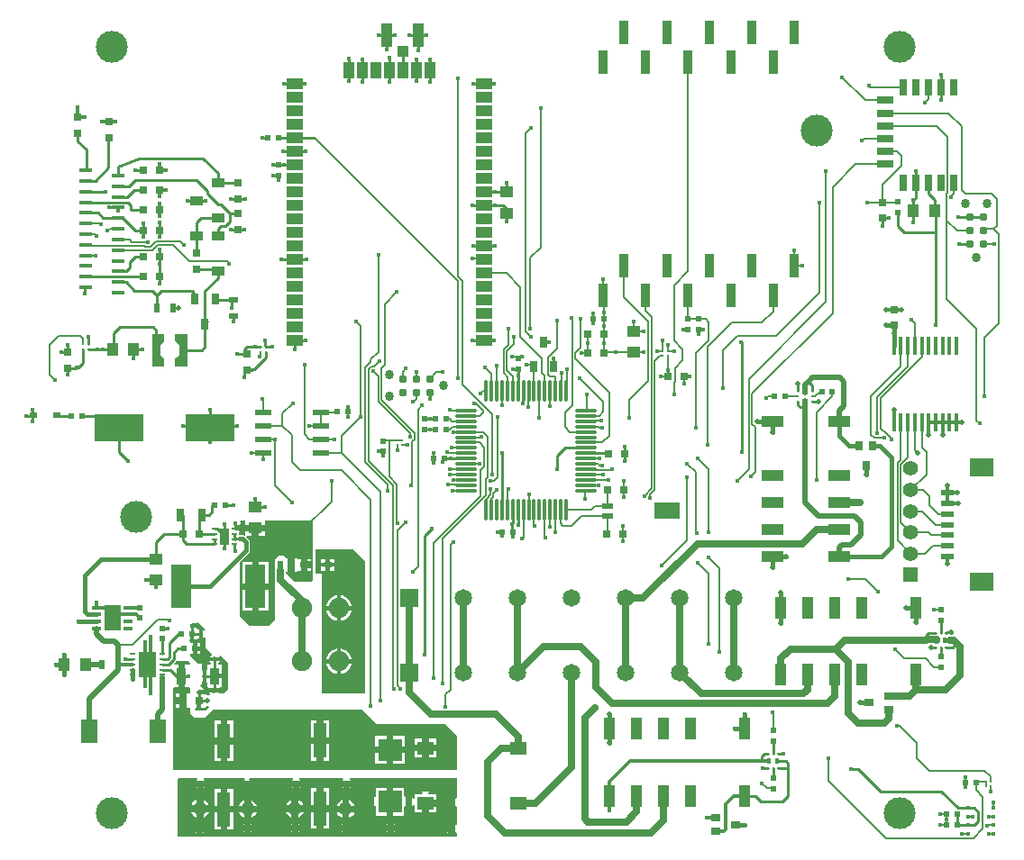
<source format=gtl>
G04*
G04 #@! TF.GenerationSoftware,Altium Limited,Altium Designer,19.0.12 (326)*
G04*
G04 Layer_Physical_Order=1*
G04 Layer_Color=255*
%FSLAX25Y25*%
%MOIN*%
G70*
G01*
G75*
%ADD10C,0.01000*%
%ADD11C,0.00600*%
%ADD12C,0.00800*%
%ADD18C,0.01500*%
%ADD22R,0.04724X0.01378*%
%ADD23R,0.03150X0.02362*%
%ADD24R,0.18110X0.09843*%
%ADD25R,0.01968X0.01968*%
%ADD26R,0.01968X0.01968*%
%ADD27R,0.03150X0.04724*%
%ADD28R,0.05118X0.03937*%
%ADD29R,0.03543X0.02756*%
%ADD30R,0.02362X0.02756*%
%ADD31R,0.01968X0.01968*%
%ADD32R,0.09449X0.05906*%
%ADD33R,0.04331X0.02362*%
%ADD34R,0.01968X0.01968*%
%ADD35R,0.03150X0.03150*%
%ADD36C,0.00945*%
%ADD37O,0.01181X0.08268*%
%ADD38O,0.08268X0.01181*%
%ADD39R,0.02559X0.04134*%
%ADD40R,0.05118X0.02362*%
%ADD41R,0.08661X0.07087*%
%ADD42R,0.00984X0.00984*%
%ADD43R,0.01732X0.02402*%
%ADD44R,0.01968X0.01968*%
%ADD45R,0.01968X0.01968*%
%ADD46R,0.03150X0.03150*%
%ADD47R,0.03504X0.09016*%
%ADD49R,0.05906X0.02165*%
%ADD50R,0.01575X0.01575*%
%ADD51R,0.03937X0.04134*%
%ADD52R,0.04134X0.08661*%
%ADD53R,0.06000X0.04000*%
%ADD54R,0.04000X0.06000*%
%ADD55R,0.01772X0.06890*%
%ADD56R,0.04800X0.03600*%
%ADD57R,0.02362X0.03543*%
%ADD58R,0.03543X0.02362*%
%ADD59R,0.03937X0.05118*%
%ADD60R,0.02000X0.02000*%
%ADD61R,0.02756X0.05906*%
%ADD62R,0.05906X0.02756*%
%ADD63R,0.04370X0.07874*%
%ADD64R,0.02756X0.03543*%
%ADD65R,0.07874X0.04370*%
%ADD66R,0.02402X0.01732*%
%ADD67R,0.00984X0.00984*%
%ADD68R,0.05906X0.08661*%
%ADD69R,0.03543X0.06299*%
%ADD70R,0.02362X0.00945*%
%ADD71R,0.08504X0.08268*%
%ADD72R,0.08898X0.08268*%
%ADD73R,0.04724X0.13000*%
%ADD74R,0.05984X0.04724*%
%ADD75R,0.07520X0.15984*%
%ADD76R,0.01968X0.01102*%
%ADD143C,0.00906*%
%ADD144C,0.03100*%
%ADD145R,0.06496X0.09449*%
%ADD146R,0.03347X0.01378*%
%ADD147C,0.01200*%
%ADD148C,0.02500*%
%ADD149C,0.02000*%
%ADD150C,0.05500*%
%ADD151R,0.05500X0.05500*%
%ADD152C,0.11811*%
%ADD153C,0.07500*%
%ADD154C,0.06500*%
%ADD155R,0.06500X0.06500*%
%ADD156C,0.03400*%
%ADD157C,0.01600*%
%ADD158C,0.02000*%
%ADD159C,0.05000*%
G36*
X67489Y177137D02*
X62993D01*
X63001Y179893D01*
X64497Y181133D01*
Y185149D01*
X63001Y186389D01*
Y189145D01*
X67489D01*
Y177137D01*
D02*
G37*
G36*
X58985Y186389D02*
X57489Y185149D01*
Y181133D01*
X58985Y179893D01*
Y177137D01*
X54497D01*
Y189145D01*
X58993D01*
X58985Y186389D01*
D02*
G37*
G36*
X113800Y119900D02*
Y98000D01*
X113090Y97290D01*
X107110D01*
X103900Y100500D01*
Y101222D01*
X104518D01*
Y103600D01*
Y105978D01*
X103900D01*
Y106200D01*
X103200Y106900D01*
X101300D01*
X99700Y105300D01*
Y83200D01*
X97400Y80900D01*
X90600D01*
X86800Y84700D01*
Y104753D01*
X90073Y108027D01*
X90372Y108473D01*
X90476Y109000D01*
Y112000D01*
X90372Y112527D01*
X90073Y112973D01*
X89252Y113795D01*
X89459Y114295D01*
X91294D01*
Y116013D01*
X88985D01*
Y114744D01*
X88977Y114734D01*
X88485Y114499D01*
X88227Y114672D01*
X87700Y114776D01*
X86800D01*
X86570Y114965D01*
Y115602D01*
X86970D01*
Y115903D01*
X86570D01*
Y116336D01*
X84986D01*
Y118403D01*
X86970D01*
Y118672D01*
X87035Y119000D01*
X86916Y119600D01*
X87185Y120100D01*
X88985D01*
Y118513D01*
X92544D01*
X96103D01*
Y120100D01*
X113600D01*
X113800Y119900D01*
D02*
G37*
G36*
X74042Y79858D02*
X73723Y79470D01*
X73283Y79764D01*
Y78100D01*
Y76436D01*
X73800Y76782D01*
X73965Y76746D01*
X74300Y76604D01*
Y73000D01*
X76439Y70861D01*
X76390Y70364D01*
X76058Y70142D01*
X75616Y69480D01*
X75610Y69450D01*
X79390D01*
X79384Y69480D01*
X79291Y69620D01*
X79536Y70153D01*
X79814Y70186D01*
X82600Y67400D01*
Y57600D01*
X81100Y56100D01*
X79526D01*
X79312Y56450D01*
X75410D01*
X75416Y56420D01*
X75842Y55781D01*
X75817Y55681D01*
X75620Y55316D01*
X75000Y55439D01*
X74714Y55382D01*
X74328Y55699D01*
Y55803D01*
X71753D01*
Y57303D01*
X73643D01*
X73637Y57333D01*
X73195Y57995D01*
X72533Y58437D01*
X72383Y58467D01*
X72238Y58945D01*
X72700Y59407D01*
Y60302D01*
X73092Y60527D01*
Y62500D01*
Y64473D01*
X72700Y64698D01*
Y67200D01*
X71300D01*
X68600Y69900D01*
Y70616D01*
X69519D01*
Y72600D01*
Y74584D01*
X68600D01*
Y75200D01*
X68146Y75654D01*
X68338Y76116D01*
X68419D01*
Y78100D01*
X69919D01*
Y76116D01*
X71153D01*
Y76256D01*
X71653Y76523D01*
X71783Y76436D01*
Y78100D01*
Y79764D01*
X71653Y79677D01*
X71514Y79751D01*
X71153Y80084D01*
X71153D01*
X70967Y80431D01*
X69169D01*
Y81932D01*
X70949D01*
X71118Y82257D01*
X71603Y82297D01*
X74042Y79858D01*
D02*
G37*
G36*
X54180Y71554D02*
X55924D01*
X55924Y71554D01*
Y62106D01*
X54180D01*
Y60137D01*
X53195D01*
Y62030D01*
X52200D01*
Y60137D01*
X51221D01*
Y62106D01*
X49452D01*
Y71554D01*
X51221D01*
Y73516D01*
X52205D01*
Y71554D01*
X53195D01*
Y73523D01*
X54180D01*
Y71554D01*
D02*
G37*
G36*
X68400Y67498D02*
Y67013D01*
X68069Y66650D01*
X66548D01*
Y62500D01*
Y58350D01*
X68069D01*
X68400Y57987D01*
Y55945D01*
X67097D01*
Y53370D01*
Y50796D01*
X68400D01*
Y48600D01*
X69900Y47100D01*
X73800D01*
X76900Y50200D01*
X132000D01*
X137400Y44800D01*
X163000D01*
X167300Y40500D01*
Y27600D01*
X62300D01*
Y57944D01*
X62526Y58350D01*
X64048D01*
Y62500D01*
Y66650D01*
X62685D01*
X62443Y67115D01*
X63193Y67865D01*
X63218Y67902D01*
X67983Y67914D01*
X68400Y67498D01*
D02*
G37*
G36*
X133200Y105000D02*
Y56183D01*
X133000Y56100D01*
X117200D01*
Y100300D01*
X117000Y100500D01*
X114941D01*
X114900Y100600D01*
Y109300D01*
X128900D01*
X133200Y105000D01*
D02*
G37*
G36*
X72503Y50796D02*
X74328D01*
Y51100D01*
X74714Y51418D01*
X75000Y51361D01*
X75317Y51424D01*
X75563Y50963D01*
X74300Y49700D01*
X70800D01*
X70166Y50334D01*
X70358Y50796D01*
X71003D01*
Y53370D01*
X72503D01*
Y50796D01*
D02*
G37*
G36*
X71331Y24793D02*
X71483Y24293D01*
X70958Y23942D01*
X70830Y23750D01*
X73970D01*
X73842Y23942D01*
X73320Y24291D01*
X73472Y24791D01*
X88630Y24776D01*
X88720Y24284D01*
X88058Y23842D01*
X87930Y23650D01*
X91070D01*
X90942Y23842D01*
X90280Y24284D01*
X90378Y24774D01*
X106481Y24759D01*
X106632Y24259D01*
X106158Y23942D01*
X106030Y23750D01*
X109170D01*
X109042Y23942D01*
X108571Y24257D01*
X108723Y24757D01*
X125004Y24741D01*
X125155Y24241D01*
X124858Y24042D01*
X124730Y23850D01*
X127870D01*
X127742Y24042D01*
X127448Y24238D01*
X127600Y24738D01*
X167100Y24700D01*
Y17281D01*
X166600Y17130D01*
X166592Y17142D01*
X166400Y17270D01*
Y15700D01*
Y14130D01*
X166592Y14258D01*
X166600Y14270D01*
X167100Y14119D01*
Y7507D01*
X166600Y7355D01*
X166542Y7442D01*
X166350Y7570D01*
Y6000D01*
Y4430D01*
X166542Y4558D01*
X166600Y4645D01*
X167100Y4493D01*
Y3000D01*
X63700D01*
Y24341D01*
X64159Y24800D01*
X71331Y24793D01*
D02*
G37*
%LPC*%
G36*
X96103Y116013D02*
X93794D01*
Y114295D01*
X96103D01*
Y116013D01*
D02*
G37*
G36*
X111924Y105881D02*
Y104950D01*
X113249D01*
Y105881D01*
X111924D01*
D02*
G37*
G36*
X113249Y102450D02*
X111924D01*
Y101519D01*
X113249D01*
Y102450D01*
D02*
G37*
G36*
X107950Y105978D02*
X107640Y105978D01*
X107018D01*
Y103600D01*
Y101222D01*
X107723D01*
X107950Y101222D01*
X108327Y101519D01*
X108450Y101519D01*
X109424D01*
Y103700D01*
Y105881D01*
X108410D01*
X107950Y105978D01*
D02*
G37*
G36*
X97374Y104621D02*
X93865D01*
Y96879D01*
X97374D01*
Y104621D01*
D02*
G37*
G36*
X91365D02*
X87855D01*
Y96879D01*
X91365D01*
Y104621D01*
D02*
G37*
G36*
X97374Y94379D02*
X93865D01*
Y86637D01*
X97374D01*
Y94379D01*
D02*
G37*
G36*
X91365D02*
X87855D01*
Y86637D01*
X91365D01*
Y94379D01*
D02*
G37*
G36*
X72253Y74584D02*
X71018D01*
Y73350D01*
X72253D01*
Y74584D01*
D02*
G37*
G36*
Y71850D02*
X71018D01*
Y70616D01*
X72253D01*
Y71850D01*
D02*
G37*
G36*
X79390Y67950D02*
X75610D01*
X75616Y67920D01*
X76058Y67258D01*
X76220Y67150D01*
X76069Y66650D01*
X74731D01*
Y64867D01*
X74592Y64755D01*
Y62500D01*
Y60245D01*
X74731Y60133D01*
Y58350D01*
X75108D01*
X75334Y57950D01*
X79266D01*
X79492Y58350D01*
X80274D01*
Y61750D01*
X77502D01*
Y63250D01*
X80274D01*
Y66650D01*
X78931D01*
X78780Y67150D01*
X78942Y67258D01*
X79384Y67920D01*
X79390Y67950D01*
D02*
G37*
G36*
X64597Y55945D02*
X63272D01*
Y54620D01*
X64597D01*
Y55945D01*
D02*
G37*
G36*
Y52121D02*
X63272D01*
Y50796D01*
X64597D01*
Y52121D01*
D02*
G37*
G36*
X119932Y46098D02*
X117820D01*
Y39848D01*
X119932D01*
Y46098D01*
D02*
G37*
G36*
X115320D02*
X113208D01*
Y39848D01*
X115320D01*
Y46098D01*
D02*
G37*
G36*
X84362Y45898D02*
X82250D01*
Y39648D01*
X84362D01*
Y45898D01*
D02*
G37*
G36*
X79750D02*
X77638D01*
Y39648D01*
X79750D01*
Y45898D01*
D02*
G37*
G36*
X159587Y39244D02*
X156845D01*
Y37132D01*
X159587D01*
Y39244D01*
D02*
G37*
G36*
X154345D02*
X151603D01*
Y37132D01*
X154345D01*
Y39244D01*
D02*
G37*
G36*
X147849Y40321D02*
X143650D01*
Y36437D01*
X147849D01*
Y40321D01*
D02*
G37*
G36*
X141150D02*
X136951D01*
Y36437D01*
X141150D01*
Y40321D01*
D02*
G37*
G36*
X159587Y34632D02*
X156845D01*
Y32520D01*
X159587D01*
Y34632D01*
D02*
G37*
G36*
X154345D02*
X151603D01*
Y32520D01*
X154345D01*
Y34632D01*
D02*
G37*
G36*
X119932Y37348D02*
X117820D01*
Y31098D01*
X119932D01*
Y37348D01*
D02*
G37*
G36*
X115320D02*
X113208D01*
Y31098D01*
X115320D01*
Y37348D01*
D02*
G37*
G36*
X84362Y37148D02*
X82250D01*
Y30898D01*
X84362D01*
Y37148D01*
D02*
G37*
G36*
X79750D02*
X77638D01*
Y30898D01*
X79750D01*
Y37148D01*
D02*
G37*
G36*
X147849Y33937D02*
X143650D01*
Y30053D01*
X147849D01*
Y33937D01*
D02*
G37*
G36*
X141150D02*
X136951D01*
Y30053D01*
X141150D01*
Y33937D01*
D02*
G37*
G36*
X121949Y105881D02*
X120124D01*
Y104450D01*
X121949D01*
Y105881D01*
D02*
G37*
G36*
X118624D02*
X116800D01*
Y104450D01*
X118624D01*
Y105881D01*
D02*
G37*
G36*
X121949Y102950D02*
X120124D01*
Y101519D01*
X121949D01*
Y102950D01*
D02*
G37*
G36*
X118624D02*
X116800D01*
Y101519D01*
X118624D01*
Y102950D01*
D02*
G37*
G36*
X124250Y92292D02*
Y88350D01*
X128192D01*
X128128Y88840D01*
X127649Y89995D01*
X126888Y90988D01*
X125896Y91749D01*
X124740Y92228D01*
X124250Y92292D01*
D02*
G37*
G36*
X122750D02*
X122260Y92228D01*
X121105Y91749D01*
X120112Y90988D01*
X119351Y89995D01*
X118872Y88840D01*
X118808Y88350D01*
X122750D01*
Y92292D01*
D02*
G37*
G36*
X128192Y86850D02*
X124250D01*
Y82908D01*
X124740Y82972D01*
X125896Y83451D01*
X126888Y84212D01*
X127649Y85204D01*
X128128Y86360D01*
X128192Y86850D01*
D02*
G37*
G36*
X122750D02*
X118808D01*
X118872Y86360D01*
X119351Y85204D01*
X120112Y84212D01*
X121105Y83451D01*
X122260Y82972D01*
X122750Y82908D01*
Y86850D01*
D02*
G37*
G36*
X124250Y72607D02*
Y68665D01*
X128192D01*
X128128Y69155D01*
X127649Y70310D01*
X126888Y71303D01*
X125896Y72064D01*
X124740Y72543D01*
X124250Y72607D01*
D02*
G37*
G36*
X122750D02*
X122260Y72543D01*
X121105Y72064D01*
X120112Y71303D01*
X119351Y70310D01*
X118872Y69155D01*
X118808Y68665D01*
X122750D01*
Y72607D01*
D02*
G37*
G36*
X128192Y67165D02*
X124250D01*
Y63223D01*
X124740Y63287D01*
X125896Y63766D01*
X126888Y64527D01*
X127649Y65519D01*
X128128Y66675D01*
X128192Y67165D01*
D02*
G37*
G36*
X122750D02*
X118808D01*
X118872Y66675D01*
X119351Y65519D01*
X120112Y64527D01*
X121105Y63766D01*
X122260Y63287D01*
X122750Y63223D01*
Y67165D01*
D02*
G37*
G36*
X156650Y22570D02*
Y22250D01*
X156970D01*
X156842Y22442D01*
X156650Y22570D01*
D02*
G37*
G36*
X154150D02*
X153958Y22442D01*
X153830Y22250D01*
X154150D01*
Y22570D01*
D02*
G37*
G36*
X127870Y21350D02*
X127550D01*
Y21030D01*
X127742Y21158D01*
X127870Y21350D01*
D02*
G37*
G36*
X125050D02*
X124730D01*
X124858Y21158D01*
X125050Y21030D01*
Y21350D01*
D02*
G37*
G36*
X109170Y21250D02*
X108850D01*
Y20930D01*
X109042Y21058D01*
X109170Y21250D01*
D02*
G37*
G36*
X106350D02*
X106030D01*
X106158Y21058D01*
X106350Y20930D01*
Y21250D01*
D02*
G37*
G36*
X73970D02*
X73650D01*
Y20930D01*
X73842Y21058D01*
X73970Y21250D01*
D02*
G37*
G36*
X71150D02*
X70830D01*
X70958Y21058D01*
X71150Y20930D01*
Y21250D01*
D02*
G37*
G36*
X91070Y21150D02*
X90750D01*
Y20830D01*
X90942Y20958D01*
X91070Y21150D01*
D02*
G37*
G36*
X88250D02*
X87930D01*
X88058Y20958D01*
X88250Y20830D01*
Y21150D01*
D02*
G37*
G36*
X141150Y21147D02*
X137148D01*
Y17584D01*
X136648Y17433D01*
X136642Y17442D01*
X136450Y17570D01*
Y16000D01*
Y14430D01*
X136642Y14558D01*
X136648Y14567D01*
X137148Y14415D01*
Y10880D01*
X141150D01*
Y16013D01*
Y21147D01*
D02*
G37*
G36*
X133950Y17570D02*
X133758Y17442D01*
X133630Y17250D01*
X133950D01*
Y17570D01*
D02*
G37*
G36*
X163900Y17270D02*
X163708Y17142D01*
X163580Y16950D01*
X163900D01*
Y17270D01*
D02*
G37*
G36*
X156970Y19750D02*
X153830D01*
X153958Y19558D01*
X154386Y19272D01*
X154234Y18772D01*
X151603D01*
Y17054D01*
X151103Y16915D01*
X150742Y17455D01*
X150550Y17583D01*
Y16013D01*
Y14443D01*
X150742Y14571D01*
X151103Y15112D01*
X151603Y14973D01*
Y12048D01*
X154345D01*
Y15410D01*
X155595D01*
Y16660D01*
X159587D01*
Y18772D01*
X156566D01*
X156414Y19272D01*
X156842Y19558D01*
X156970Y19750D01*
D02*
G37*
G36*
X119932Y20902D02*
X117820D01*
Y14652D01*
X119932D01*
Y20902D01*
D02*
G37*
G36*
X73350Y16672D02*
Y14652D01*
X75371D01*
X75157Y15167D01*
X74596Y15898D01*
X73865Y16459D01*
X73350Y16672D01*
D02*
G37*
G36*
X70850D02*
X70335Y16459D01*
X69604Y15898D01*
X69043Y15167D01*
X68829Y14652D01*
X70850D01*
Y16672D01*
D02*
G37*
G36*
X115320Y20902D02*
X113208D01*
Y14652D01*
X115320D01*
Y20902D01*
D02*
G37*
G36*
X108450Y16671D02*
Y14650D01*
X110471D01*
X110257Y15165D01*
X109696Y15896D01*
X108965Y16457D01*
X108450Y16671D01*
D02*
G37*
G36*
X105950D02*
X105435Y16457D01*
X104704Y15896D01*
X104143Y15165D01*
X103929Y14650D01*
X105950D01*
Y16671D01*
D02*
G37*
G36*
X127250Y16571D02*
Y14550D01*
X129271D01*
X129057Y15065D01*
X128496Y15796D01*
X127765Y16357D01*
X127250Y16571D01*
D02*
G37*
G36*
X124750D02*
X124235Y16357D01*
X123504Y15796D01*
X122943Y15065D01*
X122729Y14550D01*
X124750D01*
Y16571D01*
D02*
G37*
G36*
X91050D02*
Y14550D01*
X93071D01*
X92857Y15065D01*
X92296Y15796D01*
X91565Y16357D01*
X91050Y16571D01*
D02*
G37*
G36*
X88550D02*
X88035Y16357D01*
X87304Y15796D01*
X86743Y15065D01*
X86529Y14550D01*
X88550D01*
Y16571D01*
D02*
G37*
G36*
X84362Y20702D02*
X82250D01*
Y14452D01*
X84362D01*
Y20702D01*
D02*
G37*
G36*
X79750D02*
X77638D01*
Y14452D01*
X79750D01*
Y20702D01*
D02*
G37*
G36*
X133950Y14750D02*
X133630D01*
X133758Y14558D01*
X133950Y14430D01*
Y14750D01*
D02*
G37*
G36*
X163900Y14450D02*
X163580D01*
X163708Y14258D01*
X163900Y14130D01*
Y14450D01*
D02*
G37*
G36*
X159587Y14160D02*
X156845D01*
Y12048D01*
X159587D01*
Y14160D01*
D02*
G37*
G36*
X147652Y21147D02*
X143650D01*
Y16013D01*
Y10880D01*
X147652D01*
Y14108D01*
X148050Y14321D01*
Y16013D01*
Y17706D01*
X147652Y17919D01*
Y21147D01*
D02*
G37*
G36*
X157050Y10570D02*
Y10250D01*
X157370D01*
X157242Y10442D01*
X157050Y10570D01*
D02*
G37*
G36*
X154550D02*
X154358Y10442D01*
X154230Y10250D01*
X154550D01*
Y10570D01*
D02*
G37*
G36*
X75371Y12152D02*
X73350D01*
Y10131D01*
X73865Y10344D01*
X74596Y10905D01*
X75157Y11637D01*
X75371Y12152D01*
D02*
G37*
G36*
X70850D02*
X68829D01*
X69043Y11637D01*
X69604Y10905D01*
X70335Y10344D01*
X70850Y10131D01*
Y12152D01*
D02*
G37*
G36*
X110471Y12150D02*
X108450D01*
Y10129D01*
X108965Y10343D01*
X109696Y10904D01*
X110257Y11635D01*
X110471Y12150D01*
D02*
G37*
G36*
X105950D02*
X103929D01*
X104143Y11635D01*
X104704Y10904D01*
X105435Y10343D01*
X105950Y10129D01*
Y12150D01*
D02*
G37*
G36*
X129271Y12050D02*
X127250D01*
Y10029D01*
X127765Y10243D01*
X128496Y10804D01*
X129057Y11535D01*
X129271Y12050D01*
D02*
G37*
G36*
X124750D02*
X122729D01*
X122943Y11535D01*
X123504Y10804D01*
X124235Y10243D01*
X124750Y10029D01*
Y12050D01*
D02*
G37*
G36*
X93071D02*
X91050D01*
Y10029D01*
X91565Y10243D01*
X92296Y10804D01*
X92857Y11535D01*
X93071Y12050D01*
D02*
G37*
G36*
X88550D02*
X86529D01*
X86743Y11535D01*
X87304Y10804D01*
X88035Y10243D01*
X88550Y10029D01*
Y12050D01*
D02*
G37*
G36*
X108550Y7870D02*
Y7550D01*
X108870D01*
X108742Y7742D01*
X108550Y7870D01*
D02*
G37*
G36*
X106050D02*
X105858Y7742D01*
X105730Y7550D01*
X106050D01*
Y7870D01*
D02*
G37*
G36*
X90850D02*
Y7550D01*
X91170D01*
X91042Y7742D01*
X90850Y7870D01*
D02*
G37*
G36*
X88350D02*
X88158Y7742D01*
X88030Y7550D01*
X88350D01*
Y7870D01*
D02*
G37*
G36*
X143850Y7770D02*
Y7450D01*
X144170D01*
X144042Y7642D01*
X143850Y7770D01*
D02*
G37*
G36*
X141350D02*
X141158Y7642D01*
X141030Y7450D01*
X141350D01*
Y7770D01*
D02*
G37*
G36*
X127350D02*
Y7450D01*
X127670D01*
X127542Y7642D01*
X127350Y7770D01*
D02*
G37*
G36*
X124850D02*
X124658Y7642D01*
X124530Y7450D01*
X124850D01*
Y7770D01*
D02*
G37*
G36*
X157370Y7750D02*
X157050D01*
Y7430D01*
X157242Y7558D01*
X157370Y7750D01*
D02*
G37*
G36*
X154550D02*
X154230D01*
X154358Y7558D01*
X154550Y7430D01*
Y7750D01*
D02*
G37*
G36*
X73250Y7670D02*
Y7350D01*
X73570D01*
X73442Y7542D01*
X73250Y7670D01*
D02*
G37*
G36*
X70750D02*
X70558Y7542D01*
X70430Y7350D01*
X70750D01*
Y7670D01*
D02*
G37*
G36*
X163850Y7570D02*
X163658Y7442D01*
X163530Y7250D01*
X163850D01*
Y7570D01*
D02*
G37*
G36*
X119932Y12152D02*
X117820D01*
Y5902D01*
X119932D01*
Y12152D01*
D02*
G37*
G36*
X115320D02*
X113208D01*
Y5902D01*
X115320D01*
Y12152D01*
D02*
G37*
G36*
X84362Y11952D02*
X82250D01*
Y5702D01*
X84362D01*
Y11952D01*
D02*
G37*
G36*
X79750D02*
X77638D01*
Y5702D01*
X79750D01*
Y11952D01*
D02*
G37*
G36*
X108870Y5050D02*
X108550D01*
Y4730D01*
X108742Y4858D01*
X108870Y5050D01*
D02*
G37*
G36*
X106050D02*
X105730D01*
X105858Y4858D01*
X106050Y4730D01*
Y5050D01*
D02*
G37*
G36*
X91170D02*
X90850D01*
Y4730D01*
X91042Y4858D01*
X91170Y5050D01*
D02*
G37*
G36*
X88350D02*
X88030D01*
X88158Y4858D01*
X88350Y4730D01*
Y5050D01*
D02*
G37*
G36*
X144170Y4950D02*
X143850D01*
Y4630D01*
X144042Y4758D01*
X144170Y4950D01*
D02*
G37*
G36*
X141350D02*
X141030D01*
X141158Y4758D01*
X141350Y4630D01*
Y4950D01*
D02*
G37*
G36*
X127670D02*
X127350D01*
Y4630D01*
X127542Y4758D01*
X127670Y4950D01*
D02*
G37*
G36*
X124850D02*
X124530D01*
X124658Y4758D01*
X124850Y4630D01*
Y4950D01*
D02*
G37*
G36*
X73570Y4850D02*
X73250D01*
Y4530D01*
X73442Y4658D01*
X73570Y4850D01*
D02*
G37*
G36*
X70750D02*
X70430D01*
X70558Y4658D01*
X70750Y4530D01*
Y4850D01*
D02*
G37*
G36*
X163850Y4750D02*
X163530D01*
X163658Y4558D01*
X163850Y4430D01*
Y4750D01*
D02*
G37*
%LPD*%
D10*
X30089Y249678D02*
Y257311D01*
X26993Y260407D02*
X30089Y257311D01*
X26993Y260407D02*
Y263488D01*
X38281Y250581D02*
Y261800D01*
X33551Y245851D02*
X38281Y250581D01*
X29799Y245851D02*
X33551D01*
X29689Y245741D02*
X29799Y245851D01*
X86200Y227847D02*
X88600D01*
X86193Y239088D02*
X88800D01*
X77908Y201744D02*
X84581D01*
X83900Y198700D02*
Y201062D01*
X84581Y201744D01*
X84593D01*
X29500Y204200D02*
X29597Y204297D01*
Y206278D01*
X29689Y206371D01*
X73993Y192904D02*
Y204923D01*
Y192863D02*
Y192904D01*
X78900Y209830D02*
Y212384D01*
X78793Y212490D02*
X78900Y212384D01*
X73993Y204923D02*
X78900Y209830D01*
X56240Y198840D02*
Y203460D01*
Y198250D02*
Y198840D01*
X69900Y203059D02*
X70253Y202706D01*
X69473Y203485D02*
X69900Y203059D01*
Y204414D01*
Y202271D02*
Y203059D01*
X56240Y203460D02*
X57781Y205000D01*
X69314D01*
X69900Y204414D01*
Y202271D02*
X70253Y201918D01*
X84500Y193800D02*
Y195745D01*
X84593Y195838D01*
X77733Y201918D02*
X77908Y201744D01*
X73993Y192904D02*
Y193651D01*
Y184393D02*
Y192863D01*
X72741Y183141D02*
X73993Y184393D01*
X65993Y183141D02*
X72741D01*
X40300Y183984D02*
Y189300D01*
X39756Y183440D02*
X40300Y183984D01*
Y189300D02*
X42600Y191600D01*
X54900D01*
X55993Y190507D01*
Y183141D02*
Y190507D01*
X28257Y249678D02*
X29689D01*
X84593Y201744D02*
X85184D01*
X29689Y206371D02*
X31362D01*
X77733Y201131D02*
Y201918D01*
X73993Y192904D02*
X74773Y193684D01*
X65993Y183141D02*
Y188096D01*
X96121Y186679D02*
X96236Y186564D01*
Y184671D02*
Y186564D01*
Y184671D02*
X96523Y184384D01*
X75729Y154158D02*
X75907Y154336D01*
X76239Y154668D02*
X76471Y154900D01*
X75729Y155100D02*
Y161000D01*
X75807Y155100D02*
X75907Y155000D01*
X65847Y155100D02*
X75807D01*
X96523Y184384D02*
X98800D01*
X75729Y149000D02*
Y154158D01*
X84003Y195838D02*
X84593D01*
X78793Y212490D02*
X79393D01*
X70253Y201918D02*
Y202706D01*
X88600Y181789D02*
X89566D01*
X85989D02*
X88600D01*
X89484Y184384D02*
X92615D01*
X88600Y183500D02*
X89484Y184384D01*
X88600Y181789D02*
Y183500D01*
X37627Y158758D02*
X42049Y154336D01*
X28511Y158758D02*
X37627D01*
X28468Y158800D02*
X28511Y158758D01*
X92615Y184384D02*
X94554D01*
X89566Y175884D02*
X91316D01*
X76471Y154900D02*
X86000D01*
X42049Y145351D02*
Y154336D01*
Y145351D02*
X45400Y142000D01*
X91316Y175884D02*
X91431Y175998D01*
X92241D01*
X96523Y180281D01*
Y182416D01*
X88600Y172900D02*
Y174918D01*
X89566Y175884D01*
X41697Y208340D02*
X44849D01*
X41697Y208340D02*
X41697Y208340D01*
X41886Y212466D02*
X44975D01*
X41697Y212277D02*
X41886Y212466D01*
X44975D02*
X46300Y213790D01*
Y215803D01*
X48137Y217640D01*
X34370Y233930D02*
X36338Y231962D01*
X41697D01*
X29689Y233930D02*
X34370D01*
X38600Y235896D02*
X38601Y235897D01*
X41695D01*
X41697Y235899D01*
X41700Y234600D02*
Y235896D01*
X41697Y235899D02*
X41700Y235896D01*
X46660Y235140D02*
Y236633D01*
X45426Y237867D02*
X46660Y236633D01*
X29689Y237867D02*
X45426D01*
X41697Y239836D02*
X45336D01*
X41697Y239836D02*
X41697Y239836D01*
X41697Y243773D02*
X45973D01*
X41697Y243773D02*
X41697Y243773D01*
X42010Y247899D02*
Y251210D01*
X41821Y247710D02*
X42010Y247899D01*
X41697Y247710D02*
X41821D01*
X10100Y158650D02*
X10300Y158850D01*
X10100Y156600D02*
Y158650D01*
X10200Y159050D02*
Y161200D01*
Y159050D02*
X10350Y158900D01*
X8000Y158800D02*
X8050Y158850D01*
X10300D01*
X10350Y158900D01*
X24482Y158850D02*
X24532Y158800D01*
X19100Y158850D02*
X24482D01*
X19050Y158900D02*
X19100Y158850D01*
X204300Y144100D02*
X207127Y146927D01*
X214747D01*
X204300Y139000D02*
Y144100D01*
X214747Y144959D02*
X223232D01*
X164671Y142921D02*
X164693Y142900D01*
X162490Y142921D02*
X164671D01*
X162469Y142943D02*
X162490Y142921D01*
X161700Y141800D02*
X161815Y141915D01*
Y142289D01*
X162469Y142943D01*
X164693Y142900D02*
X170362D01*
X272400Y145300D02*
Y186100D01*
X65847Y115114D02*
Y122176D01*
Y115114D02*
X65896Y115064D01*
X84986Y108868D02*
X85177Y108677D01*
X84986Y108868D02*
Y111247D01*
X191500Y163300D02*
Y167775D01*
X191716Y167990D01*
X70893Y238290D02*
X74110D01*
X67610D02*
X70893D01*
X229300Y142200D02*
X229400Y142300D01*
X229300Y142200D02*
Y144796D01*
X229253Y144843D02*
X229300Y144796D01*
X229253Y144843D02*
Y147253D01*
X223232Y144959D02*
X223347Y144843D01*
X101100Y246000D02*
Y247731D01*
X99032D02*
X101100D01*
X107100Y216700D02*
X111400D01*
X102300D02*
X107100D01*
X55726Y105806D02*
Y112026D01*
X58764Y115064D01*
X65896D01*
X202940Y177015D02*
Y180040D01*
X346253Y275746D02*
Y280492D01*
Y285000D01*
X352500Y232451D02*
X356744D01*
X361744D01*
X352951Y222451D02*
X356744D01*
X344100Y226600D02*
Y234314D01*
Y192500D02*
Y226600D01*
X332600D02*
X344100D01*
X330185Y229015D02*
X332600Y226600D01*
X330185Y229015D02*
Y234008D01*
X324485Y231924D02*
X326776D01*
X324485Y229185D02*
Y231924D01*
X343837Y234577D02*
Y238663D01*
X341529Y240971D02*
X343837Y238663D01*
X341529Y240971D02*
Y245059D01*
X336805D02*
Y249505D01*
X335963Y238637D02*
X336805Y239479D01*
Y245059D01*
X335963Y234577D02*
Y238637D01*
Y230363D02*
Y234577D01*
X183842Y123896D02*
Y144942D01*
X187779Y118979D02*
Y123896D01*
X187600Y118800D02*
X187779Y118979D01*
X187804Y176075D02*
X189800D01*
X189747Y176022D02*
X189800Y176075D01*
X189747Y173853D02*
Y176022D01*
Y167990D02*
Y173853D01*
X107100Y261700D02*
X114600D01*
X57100Y217686D02*
Y220400D01*
Y217686D02*
X57146Y217640D01*
X157100Y165200D02*
Y167532D01*
X159100Y157612D02*
X159132Y157643D01*
X157188Y157612D02*
X159100D01*
X155300D02*
X157188D01*
X187600Y115912D02*
Y118800D01*
X187712Y113906D02*
Y115800D01*
X187600Y115912D02*
X187712Y115800D01*
X280200Y28242D02*
X282075D01*
X356076Y13624D02*
X358358D01*
X359825Y12157D01*
Y8793D02*
Y12157D01*
X358358Y7325D02*
X359825Y8793D01*
X356076Y7325D02*
X358358D01*
X189747Y123896D02*
X189800Y123843D01*
Y118300D02*
Y123843D01*
X155300Y114500D02*
X157700Y116900D01*
X155300Y70300D02*
Y114500D01*
X313000Y28000D02*
X315400D01*
X323700Y19700D01*
X346300D01*
X352376Y13624D01*
X356076D01*
X352168Y7300D02*
Y11500D01*
Y7300D02*
X352194Y7325D01*
X356076D01*
X245226Y173273D02*
Y175864D01*
X177100Y186700D02*
X180700D01*
X172900D02*
X177100D01*
Y221700D02*
X181277D01*
X173300D02*
X177100D01*
X185400Y230700D02*
Y233763D01*
Y235400D01*
X184100Y236700D02*
X185400Y235400D01*
X181100Y236700D02*
X184100D01*
X172800D02*
X177100D01*
X181100D01*
X185400Y241637D02*
Y245200D01*
X181263Y241637D02*
X185400D01*
X181200Y241700D02*
X181263Y241637D01*
X177100Y241700D02*
X181200D01*
X173100Y281700D02*
X177100D01*
X180900D01*
X157100Y286700D02*
Y290800D01*
Y282500D02*
Y286700D01*
X152100D02*
Y290700D01*
Y282700D02*
Y286700D01*
X147100D02*
Y293600D01*
X152907Y294100D02*
Y299604D01*
X156000D01*
X149604D02*
X152907D01*
X141293Y294507D02*
Y299604D01*
X144304D01*
X138304D02*
X141293D01*
X142100Y282300D02*
Y286700D01*
Y291300D01*
X132100Y286700D02*
Y290800D01*
Y282400D02*
Y286700D01*
X127100D02*
Y290900D01*
Y282800D02*
Y286700D01*
X107100Y281700D02*
X111000D01*
X103100D02*
X107100D01*
X102900Y256700D02*
X107100D01*
X95300Y261600D02*
X97300D01*
X101237D02*
X101337Y261700D01*
X107100D01*
Y256700D02*
X111300D01*
X99168Y251669D02*
X101100D01*
X103168D01*
X103200Y251700D01*
X107100D01*
Y183282D02*
Y186700D01*
X111200D01*
X92544Y125137D02*
Y128100D01*
Y125137D02*
X96037D01*
X51140Y227440D02*
Y229940D01*
Y225060D02*
Y227440D01*
X47630Y179970D02*
Y183440D01*
X50940D01*
X30977Y185225D02*
Y188000D01*
X39572Y183256D02*
X39756Y183440D01*
X36200Y183256D02*
X39572D01*
X34144D02*
X36200D01*
X30977D02*
X34144D01*
X20804Y182296D02*
X23249D01*
X23200Y185200D02*
X23249Y185151D01*
Y182296D02*
Y185151D01*
Y173951D02*
Y176391D01*
X26191D01*
X26400Y176600D01*
X27216D01*
X29009Y178393D01*
Y183256D01*
X62146Y198840D02*
X64240Y198881D01*
X54500Y205200D02*
X56240Y203460D01*
X47988Y205200D02*
X54500D01*
X44849Y208340D02*
X47988Y205200D01*
X57146Y210340D02*
Y215100D01*
Y207800D02*
Y210340D01*
Y215100D02*
Y217640D01*
X51208Y210308D02*
X51240Y210340D01*
X28016Y210308D02*
X51208D01*
X48137Y217640D02*
X51240D01*
X57046Y225046D02*
Y227440D01*
Y230468D01*
X48111Y227440D02*
X51140D01*
X43589Y231962D02*
X48111Y227440D01*
X78196Y213088D02*
X78793Y212490D01*
X70793Y213088D02*
X78196D01*
X70793Y218993D02*
X70893Y219093D01*
Y225390D01*
X79783Y229090D02*
X81549D01*
X78793Y228100D02*
X79783Y229090D01*
X78793Y225390D02*
Y228100D01*
X83247Y230789D02*
Y233753D01*
X81549Y229090D02*
X83247Y230789D01*
X72390Y231990D02*
X78693D01*
X70893Y230493D02*
X72390Y231990D01*
X70893Y225390D02*
Y230493D01*
X83647Y227847D02*
X86200D01*
X83488Y239088D02*
X86193D01*
X73300Y254100D02*
X78693Y248707D01*
X49500Y254100D02*
X73300D01*
X42010Y251210D02*
X49500Y254100D01*
X46660Y235140D02*
X51340D01*
X45336Y239836D02*
X47940Y242440D01*
X51240D01*
X48340Y249740D02*
X51240D01*
X48200Y249600D02*
X48340Y249740D01*
X37296Y241804D02*
X37300Y241800D01*
X28016Y241804D02*
X37296D01*
X83247Y233753D02*
X86200D01*
X80000Y237000D02*
X83247Y233753D01*
X78900Y237000D02*
X80000D01*
X74900Y241000D02*
X78900Y237000D01*
X74900Y241000D02*
Y242000D01*
X71000Y245900D02*
X74900Y242000D01*
X48100Y245900D02*
X71000D01*
X45973Y243773D02*
X48100Y245900D01*
X38281Y261800D02*
X38393Y261688D01*
X78693Y244890D02*
X78796Y244993D01*
X86193D01*
X78693Y244890D02*
Y248707D01*
X293342Y167912D02*
Y170600D01*
X298657Y163975D02*
X300725D01*
X294100Y162000D02*
X296000D01*
X293342Y162758D02*
X294100Y162000D01*
X293342Y162758D02*
Y163975D01*
X297200Y171500D02*
X298657Y170043D01*
Y167912D02*
Y170043D01*
X346043Y83031D02*
X346143Y83131D01*
X346043Y78357D02*
Y83031D01*
X346043Y69769D02*
X346043Y69769D01*
Y73043D01*
X350000Y78700D02*
X350200Y78500D01*
X348354Y78700D02*
X350000D01*
X348012Y78357D02*
X348354Y78700D01*
X342616Y73043D02*
X344075D01*
X340600Y75700D02*
Y77308D01*
X341650Y78357D01*
X344075D01*
X350443Y73043D02*
X352000Y74600D01*
X348012Y73043D02*
X350443D01*
X284043Y38326D02*
X284043Y38326D01*
Y33558D02*
Y38326D01*
X284043Y24769D02*
X284043Y24769D01*
Y28242D01*
X289600Y28200D02*
Y30000D01*
Y18200D02*
Y28200D01*
X289558Y28242D02*
X289600Y28200D01*
X286012Y28242D02*
X289558D01*
X286012Y33558D02*
X287800D01*
X273643Y18218D02*
X277382D01*
X279400Y16200D01*
X287600D01*
X289600Y18200D01*
X288700Y30900D02*
X289600Y30000D01*
X285539Y30900D02*
X288700D01*
X280000D02*
Y32658D01*
X280900Y33558D01*
X282075D01*
X47187Y68800D02*
X47188Y68799D01*
X44600Y68800D02*
X47187D01*
X65298Y62500D02*
X67969D01*
X58212Y62200D02*
Y62893D01*
X63500Y62500D02*
X65298D01*
X61138Y64862D02*
X63500Y62500D01*
X58212Y64862D02*
X61138D01*
X60800Y69321D02*
Y74800D01*
X60278Y68799D02*
X60800Y69321D01*
Y74800D02*
X64100Y78100D01*
X65232D01*
X58212Y68799D02*
X60278D01*
X63836Y72600D02*
X65347D01*
X62400Y71164D02*
X63836Y72600D01*
X62400Y68658D02*
Y71164D01*
X60572Y66830D02*
X62400Y68658D01*
X58212Y66830D02*
X60572D01*
X58200Y76247D02*
X58212Y76235D01*
Y70767D02*
Y76235D01*
X58200Y80184D02*
X60132D01*
X77300Y57200D02*
X77502Y57402D01*
Y62500D01*
X69169Y78100D02*
X72533D01*
X69169D02*
Y81182D01*
X77500Y68700D02*
X77502Y68698D01*
Y62500D02*
Y68698D01*
X73842Y62500D02*
X77502D01*
X71753Y53370D02*
Y56553D01*
X74971Y53370D02*
X75000Y53400D01*
X71753Y53370D02*
X74971D01*
X82510Y125676D02*
X84524D01*
X76604Y123304D02*
Y125676D01*
X75476Y122176D02*
X76604Y123304D01*
X71753Y122176D02*
X75476D01*
X71753D02*
X71802Y122126D01*
Y115064D02*
Y122126D01*
X81246Y114535D02*
Y118554D01*
X81100Y118700D02*
X81246Y118554D01*
X81200Y114154D02*
X81246Y114200D01*
X81200Y109800D02*
Y114154D01*
X78628Y117153D02*
X81246Y114535D01*
X77505Y117153D02*
X78628D01*
X81246Y114200D02*
Y114535D01*
X71802Y115064D02*
X71922Y115184D01*
X77505D01*
X65896Y112603D02*
Y115064D01*
Y112603D02*
X67253Y111247D01*
X77505D01*
Y113216D01*
X85177Y108600D02*
Y108677D01*
X84986Y113216D02*
Y115184D01*
Y113216D02*
X85170Y113400D01*
X86800D01*
D11*
X161700Y59300D02*
Y113311D01*
X28016Y229993D02*
X35307D01*
X28016Y226056D02*
X33021D01*
X94153Y180653D02*
Y180923D01*
X94496Y181266D01*
Y182357D01*
X94554Y182416D01*
X54375Y220151D02*
X54411Y220115D01*
X41697Y220151D02*
X54375D01*
X41885Y223900D02*
X46100D01*
X41697Y224088D02*
X41885Y223900D01*
X46100D02*
X46900Y223100D01*
X52800D01*
X38871Y228100D02*
X41622D01*
X41697Y228025D01*
X38271Y227500D02*
X38871Y228100D01*
X38000Y227500D02*
X38271D01*
X28098Y218100D02*
X33600D01*
X28016Y218182D02*
X28098Y218100D01*
X221185Y137085D02*
X221200Y137100D01*
X215001Y138800D02*
X224400D01*
X224600Y139000D01*
X220000Y140500D02*
X220900D01*
X214757Y143000D02*
X219900D01*
X214831Y135200D02*
X223200D01*
X219478Y141022D02*
X220000Y140500D01*
X214747Y141022D02*
X219478D01*
X228810Y131500D02*
Y134610D01*
X214795Y133100D02*
X219600D01*
X163561Y145327D02*
X163832D01*
X164200Y144959D01*
X170653D01*
X164500Y139100D02*
X164547Y139053D01*
X164600Y136900D02*
X170468D01*
X166011Y135200D02*
X166095Y135116D01*
X164000Y133500D02*
X170301D01*
X170468Y136900D02*
X170653Y137085D01*
X166095Y135116D02*
X170653D01*
X255600Y154500D02*
Y182100D01*
X275100Y172500D02*
X303600Y201000D01*
X275100Y139000D02*
Y172500D01*
X265400Y169100D02*
Y183000D01*
X276300Y166900D02*
X306100Y196700D01*
X260000Y148200D02*
Y184500D01*
X276300Y155856D02*
Y166900D01*
X251131Y173273D02*
X253327D01*
X242627D02*
X245226D01*
X265400Y183000D02*
X270900Y188500D01*
X285300D01*
X306100Y196700D02*
Y243500D01*
X255600Y182100D02*
X260300Y186800D01*
X303600Y201000D02*
Y249500D01*
X41753Y74147D02*
X41912Y73988D01*
X47188D01*
X324256Y237600D02*
X324485Y237829D01*
X319000Y237600D02*
X324256D01*
X325584Y256674D02*
X329726D01*
X331500Y254900D01*
Y251400D02*
Y254900D01*
X324485Y244385D02*
X331500Y251400D01*
X324485Y237829D02*
Y244385D01*
X197400Y167769D02*
X197621Y167990D01*
X197400Y158000D02*
Y167769D01*
X231000Y158200D02*
Y164800D01*
X237900Y171700D01*
Y189396D01*
X237937Y189433D01*
Y193763D01*
X229002Y202698D02*
X237937Y193763D01*
X236876Y197724D02*
X239137Y195463D01*
Y188936D02*
Y195463D01*
X239100Y131900D02*
Y188899D01*
X239137Y188936D01*
X229002Y202698D02*
Y214259D01*
X193500Y167806D02*
X193684Y167990D01*
X193500Y162100D02*
Y167806D01*
X247600Y166600D02*
Y171124D01*
X247700Y171225D01*
Y176403D01*
X250600Y179302D01*
Y183504D01*
X247400Y186704D02*
X250600Y183504D01*
X247400Y186704D02*
Y207084D01*
X252624Y212309D01*
X243237Y182884D02*
Y186863D01*
X252678Y194668D02*
Y203220D01*
X200761Y180265D02*
X204100Y183604D01*
X200761Y174049D02*
Y180265D01*
X198500Y174700D02*
Y180100D01*
X190600Y188000D02*
X198500Y180100D01*
Y174700D02*
X199561Y173639D01*
X200761Y174049D02*
X201409Y173400D01*
X203100D01*
X199561Y168019D02*
Y173639D01*
X190600Y188000D02*
Y206500D01*
X252624Y212309D02*
Y289874D01*
X214747Y154801D02*
X219399D01*
X219900Y154300D01*
X221000D01*
X260300Y186800D02*
Y193400D01*
X259032Y194668D02*
X260300Y193400D01*
X256478Y194668D02*
X259032D01*
X179748Y127965D02*
X180600Y128817D01*
Y130192D01*
X181804Y131396D01*
X238600Y128300D02*
Y129703D01*
X240300Y131403D01*
Y179100D01*
X242116Y180916D01*
X243237D01*
X177936Y123896D02*
Y127850D01*
X178900Y128814D01*
Y129100D01*
X179400Y129600D01*
Y131800D01*
X177700Y135404D02*
X178500Y136204D01*
X177700Y129311D02*
Y135404D01*
X161700Y113311D02*
X177700Y129311D01*
X236400Y129200D02*
X239100Y131900D01*
X236876Y197724D02*
Y203274D01*
X170653Y141022D02*
X170775Y140900D01*
X175600D01*
X175455Y148896D02*
X177300Y147051D01*
Y140196D02*
Y147051D01*
X175687Y138583D02*
X177300Y140196D01*
X175687Y128995D02*
Y138583D01*
X176771Y152833D02*
X178500Y151104D01*
Y136204D02*
Y151104D01*
X260000Y184500D02*
X268800Y193300D01*
X279953D01*
X284120Y197468D01*
Y203274D01*
X179600Y134800D02*
X180977D01*
X182200Y136023D01*
Y158400D01*
X281600Y165503D02*
X282140Y166043D01*
X284637D01*
X214747Y135116D02*
X214831Y135200D01*
X300200Y134900D02*
Y160200D01*
X305968Y165969D01*
Y167843D01*
X201558Y162458D02*
Y167990D01*
X362200Y165900D02*
Y187656D01*
X367500Y192956D01*
Y221698D01*
X367549Y221747D01*
Y225951D01*
X365600Y227900D02*
X367549Y225951D01*
X214747Y139053D02*
X215001Y138800D01*
X359300Y157000D02*
X360400Y155900D01*
X359300Y157000D02*
Y191000D01*
X348300Y202000D02*
X359300Y191000D01*
X348300Y202000D02*
Y231200D01*
X170301Y133500D02*
X170653Y133148D01*
X150300Y132900D02*
X150648Y133248D01*
Y149344D01*
X151500Y150196D01*
Y152397D01*
X139225Y164672D02*
X151500Y152397D01*
X152700Y102900D02*
Y161000D01*
X154300Y162600D01*
X151000Y101200D02*
X152700Y102900D01*
X139225Y164672D02*
Y176500D01*
X140500Y177775D01*
X136500Y177100D02*
X138600Y179200D01*
X135396Y177100D02*
X136500D01*
X134400Y176104D02*
X135396Y177100D01*
X134400Y142100D02*
Y176104D01*
X135343Y178744D02*
Y179620D01*
X133200Y176601D02*
X135343Y178744D01*
X133200Y141603D02*
Y176601D01*
X131400Y158400D02*
Y192200D01*
X129900Y193700D02*
X131400Y192200D01*
X135343Y179620D02*
X138100Y182377D01*
Y218400D01*
X140500Y177775D02*
Y200200D01*
X145000Y204700D01*
X335200Y194300D02*
X336461Y193039D01*
Y184573D02*
Y193039D01*
X214747Y133148D02*
X214795Y133100D01*
X275700Y136400D02*
X277500Y138200D01*
Y154656D01*
X276300Y155856D02*
X277500Y154656D01*
X270900Y134800D02*
X275100Y139000D01*
X306100Y243500D02*
X314549Y251949D01*
X325584D01*
X214747Y156770D02*
X214977Y157000D01*
X220500D01*
X285300Y188500D02*
X301300Y204500D01*
Y237700D01*
X214600Y131032D02*
X214747Y131179D01*
X214600Y128200D02*
Y131032D01*
X218272Y125372D02*
X222932D01*
X216796Y123896D02*
X218272Y125372D01*
X207464Y123896D02*
X216796D01*
X317000Y260700D02*
X317698Y261398D01*
X325584D01*
X180200Y137000D02*
Y159500D01*
X169300Y170400D02*
X180200Y159500D01*
X169300Y170400D02*
Y208697D01*
X167600Y210397D02*
X169300Y208697D01*
X165230Y156770D02*
X170653D01*
X164407Y161000D02*
X164700Y160707D01*
X167600Y210397D02*
Y283700D01*
X309600Y284100D02*
X318129Y275571D01*
X325584D01*
X187779Y167990D02*
Y173417D01*
X185600Y175596D02*
X187779Y173417D01*
X185600Y175596D02*
Y182800D01*
X188100Y185300D01*
Y188100D01*
X192500Y190000D02*
X194400Y188100D01*
X192500Y190000D02*
Y263300D01*
X194500Y265300D01*
X198100Y221200D02*
Y272700D01*
X194300Y217400D02*
X198100Y221200D01*
X340300Y274800D02*
X341529Y276029D01*
Y280492D01*
X183900Y162600D02*
Y167932D01*
X183842Y167990D02*
X183900Y167932D01*
X185810Y167990D02*
Y173190D01*
X184400Y174600D02*
X185810Y173190D01*
X184400Y174600D02*
Y183504D01*
X186100Y185204D01*
Y191200D01*
X194300Y191100D02*
Y217400D01*
X319500Y280900D02*
X319907Y280492D01*
X332080D01*
X365849Y222451D02*
X366151D01*
X361744D02*
X365849D01*
X361217D02*
X361744D01*
X350978Y241140D02*
Y245059D01*
X350000Y240162D02*
X350978Y241140D01*
X350000Y239800D02*
Y240162D01*
X352049Y227451D02*
X356744D01*
X348300Y231200D02*
X352049Y227451D01*
X348300Y231200D02*
Y241271D01*
X348532Y241502D01*
Y261968D01*
X344378Y266122D02*
X348532Y261968D01*
X325584Y266122D02*
X344378D01*
X325584Y270847D02*
X348953D01*
X353700Y266100D01*
Y242400D02*
Y266100D01*
Y242400D02*
X355200Y240900D01*
X364900D01*
X366900Y238900D01*
Y229200D02*
Y238900D01*
X365600Y227900D02*
X366900Y229200D01*
X362193Y227900D02*
X365600D01*
X361744Y227451D02*
X362193Y227900D01*
X330069Y237829D02*
X330185Y237945D01*
X324485Y237829D02*
X330069D01*
X185810Y123896D02*
Y131210D01*
X186300Y131700D01*
X343837Y234577D02*
X344100Y234314D01*
X272300Y186200D02*
X272400Y186100D01*
X183842Y144942D02*
X184000Y145100D01*
X175800Y166900D02*
X176890Y167990D01*
X339020Y180623D02*
Y184573D01*
X323900Y165503D02*
X339020Y180623D01*
X323900Y154100D02*
Y165503D01*
Y154100D02*
X325700Y152300D01*
X326004D01*
X328000Y150304D01*
Y150000D02*
Y150304D01*
X228510Y115000D02*
Y117990D01*
X199590Y113910D02*
X199700Y113800D01*
X199590Y113910D02*
Y123896D01*
X331343Y176943D02*
Y184573D01*
X320300Y165900D02*
X331343Y176943D01*
X320300Y151800D02*
Y165900D01*
Y151800D02*
X321500Y150600D01*
X325300D01*
X203527Y115721D02*
X203600Y115648D01*
X203527Y115721D02*
Y123896D01*
X333902Y177202D02*
Y184573D01*
X322500Y165800D02*
X333902Y177202D01*
X322500Y152500D02*
Y165800D01*
X201409Y117700D02*
X201558Y117849D01*
Y123896D01*
X191066Y180675D02*
X191775D01*
X190463D02*
X191066D01*
X189800Y180012D02*
X190463Y180675D01*
X187500Y180700D02*
X189112D01*
X189800Y180012D01*
X177100Y211700D02*
X185400D01*
X190600Y206500D01*
X199561Y168019D02*
X199590Y167990D01*
X176900Y216900D02*
X177100Y216700D01*
X173000Y216900D02*
X176900D01*
X133200Y141603D02*
X141500Y133303D01*
Y130900D02*
Y133303D01*
X134400Y142100D02*
X143500Y133000D01*
Y58200D02*
Y133000D01*
X165401Y131000D02*
X165581Y131179D01*
X170653D01*
X158531Y142943D02*
Y145000D01*
Y141269D02*
Y142943D01*
X193684Y123896D02*
Y129716D01*
X242900Y103300D02*
X252200Y112600D01*
Y135900D01*
X214747Y137085D02*
X221185D01*
X228510Y112290D02*
Y115000D01*
X228810Y128800D02*
Y131500D01*
X222604Y115000D02*
X222932Y115328D01*
Y121828D01*
X222904Y131500D02*
X222932Y131472D01*
Y125372D02*
Y131472D01*
X213128Y121828D02*
X222932D01*
X209500Y118200D02*
X213128Y121828D01*
X206200Y118200D02*
X209500D01*
X205495Y118905D02*
X206200Y118200D01*
X205495Y118905D02*
Y123896D01*
X214747Y160707D02*
X215100Y161060D01*
Y166700D01*
X205800Y168295D02*
Y174600D01*
X95300Y165200D02*
X95470Y165030D01*
Y160200D02*
Y165030D01*
X99800Y133100D02*
X106100Y126800D01*
X99800Y133100D02*
Y150000D01*
X112800Y155200D02*
X116730D01*
X112500Y154900D02*
X112800Y155200D01*
X99600Y150200D02*
X99800Y150000D01*
X95470Y150200D02*
X99600D01*
X91141Y145200D02*
X95470D01*
Y142830D02*
Y145200D01*
X214747Y158738D02*
X219700D01*
X221200Y160238D01*
Y163900D01*
X212500Y172600D02*
X221200Y163900D01*
X167600Y172700D02*
Y208700D01*
X114600Y261700D02*
X167600Y208700D01*
X170653Y150864D02*
X176264D01*
X176300Y150900D01*
X170653Y152833D02*
X176771D01*
X149800Y150900D02*
Y152400D01*
X138025Y164175D02*
X149800Y152400D01*
X138025Y164175D02*
Y173475D01*
X136100Y175400D02*
X138025Y173475D01*
X147100Y175100D02*
X148300Y176300D01*
X214747Y148896D02*
X220896D01*
X223500Y151500D01*
Y167400D01*
X210900Y180000D02*
X223500Y167400D01*
X210900Y180000D02*
Y182104D01*
X212800Y184004D01*
Y194600D01*
X209500Y195100D02*
X209700Y194900D01*
Y162607D02*
Y194900D01*
X207200Y160107D02*
X209700Y162607D01*
X82100Y216100D02*
X83000Y215200D01*
X68200Y216100D02*
X82100D01*
X62200Y222100D02*
X68200Y216100D01*
X56396Y222100D02*
X62200D01*
X54411Y220115D02*
X56396Y222100D01*
X64900Y223300D02*
X66119Y222081D01*
X55899Y223300D02*
X64900D01*
X53999Y221400D02*
X55899Y223300D01*
X51996Y221400D02*
X53999D01*
X51596Y221800D02*
X51996Y221400D01*
X28335Y221800D02*
X51596D01*
X28016Y222119D02*
X28335Y221800D01*
X208967Y152833D02*
X214747D01*
X207200Y154600D02*
X208967Y152833D01*
X207200Y154600D02*
Y160107D01*
X204100Y183604D02*
Y194000D01*
X203527Y167990D02*
Y172973D01*
X203100Y173400D02*
X203527Y172973D01*
X207464Y167990D02*
X208000Y168526D01*
Y176100D01*
X33021Y226056D02*
X33800Y225277D01*
X170420Y152600D02*
X170653Y152833D01*
X165900Y152600D02*
X170420D01*
X121400Y150200D02*
X121700Y149900D01*
X116730Y150200D02*
X121400D01*
X112400D02*
X116730D01*
X110700Y151900D02*
X112400Y150200D01*
X110700Y151900D02*
Y177800D01*
X35307Y229993D02*
X35500Y229800D01*
X176890Y167990D02*
X177936D01*
X150900Y164100D02*
X151200D01*
X152100Y165000D01*
Y167532D01*
X179905Y167990D02*
Y174395D01*
X177500Y176800D02*
X179905Y174395D01*
X177400Y176800D02*
X177500D01*
X147100Y172532D02*
Y175100D01*
X152100Y172532D02*
Y174900D01*
X195460Y177015D02*
X195653Y176823D01*
Y167990D02*
Y176823D01*
X194875Y177600D02*
X195460Y177015D01*
X192800Y177600D02*
X194875D01*
X159468Y174900D02*
X161900D01*
X157100Y172532D02*
X159468Y174900D01*
X155300Y153675D02*
X155499Y153874D01*
X157226D01*
X159132D01*
X163068D02*
X164474D01*
X165401Y154801D01*
X170653D01*
X163068Y157643D02*
X164357D01*
X165230Y156770D01*
X181873Y167990D02*
Y177173D01*
X182000Y177300D01*
X16500Y174100D02*
X18600Y172000D01*
X16500Y174100D02*
Y184971D01*
X19929Y188400D01*
X28000D01*
X29009Y187391D01*
Y185225D02*
Y187391D01*
X143500Y58200D02*
X143900Y57800D01*
X145213Y146213D02*
Y148056D01*
X138025Y145575D02*
X139900D01*
Y143900D02*
Y145575D01*
X164547Y139053D02*
X170653D01*
X120800Y127100D02*
Y134700D01*
X110674Y116974D02*
X120800Y127100D01*
X110674Y103700D02*
Y116974D01*
X60700Y83300D02*
X60900Y83100D01*
X56500Y83300D02*
X60700D01*
X47188Y73988D02*
X56500Y83300D01*
X311800Y98300D02*
X318100D01*
X322800Y93600D01*
X343500Y87000D02*
X343568Y87068D01*
X346143D01*
X195653Y118047D02*
Y123896D01*
Y118047D02*
X195700Y118000D01*
X145200Y116400D02*
X148300Y119500D01*
X145200Y58904D02*
Y116400D01*
Y58904D02*
X146300Y57804D01*
Y57600D02*
Y57804D01*
X280000Y22780D02*
X281780Y21000D01*
X283875D01*
X284043Y20831D01*
X252300Y141100D02*
X255500Y137900D01*
Y115700D02*
Y137900D01*
Y115700D02*
X255800Y115400D01*
X256100Y104400D02*
X260200Y100300D01*
Y74300D02*
Y100300D01*
X329257Y72400D02*
X332557Y69100D01*
X340350D01*
X343618Y65832D01*
X346043D01*
X214747Y142990D02*
X214757Y143000D01*
X256200Y143100D02*
X260300Y139000D01*
Y115648D02*
Y139000D01*
Y106500D02*
X264300Y102500D01*
Y71500D02*
Y102500D01*
X284000Y49100D02*
X284043Y49057D01*
Y42263D02*
Y49057D01*
X183775Y114225D02*
Y115800D01*
X182100D02*
X183775D01*
X348232Y7300D02*
Y9232D01*
Y11500D01*
X345900D02*
X348232D01*
X116730Y155200D02*
Y160200D01*
X126769Y160300D02*
Y162169D01*
Y158468D02*
Y160300D01*
X122731Y160200D02*
X122831Y160300D01*
X116730Y160200D02*
X122731D01*
X164700Y160707D02*
X170653D01*
X102600Y159600D02*
X106400Y163400D01*
X102600Y155200D02*
Y159600D01*
X95470Y155200D02*
X102600D01*
X106100Y151700D01*
Y141700D02*
Y151700D01*
Y141700D02*
X109200Y138600D01*
X124400D01*
X135200Y127800D01*
Y51400D02*
Y127800D01*
X354000Y4176D02*
X356076D01*
X170653Y148896D02*
X175455D01*
X158400Y111708D02*
X175687Y128995D01*
X158400Y61700D02*
Y111708D01*
X161700Y59300D02*
X162000Y59600D01*
X363900Y4000D02*
X365349D01*
X365524Y4176D01*
X170653Y158738D02*
X175538D01*
X176700Y159900D01*
Y160700D01*
X174100Y163300D02*
X176700Y160700D01*
X173500Y163300D02*
X174100D01*
X124400Y151400D02*
X131400Y158400D01*
X124400Y145200D02*
Y151400D01*
X116730Y145200D02*
X124400D01*
X139000Y130600D01*
Y53300D02*
Y130600D01*
X363200Y7200D02*
X363325Y7325D01*
X365524D01*
X205495Y167990D02*
X205800Y168295D01*
X363694Y10400D02*
X363769Y10475D01*
X365524D01*
X329700Y44000D02*
X331000D01*
X337200Y37800D01*
Y31900D02*
Y37800D01*
Y31900D02*
X341700Y27400D01*
X362322D01*
X364487Y25235D01*
Y23287D02*
Y25235D01*
X355132Y23200D02*
Y24922D01*
Y21369D02*
Y23200D01*
X364487Y19613D02*
Y21713D01*
X362913D02*
Y23287D01*
X359068Y23200D02*
X359156Y23287D01*
X362913D01*
X365524Y13624D02*
Y15576D01*
X356076Y10475D02*
X357925D01*
X346000Y7300D02*
X348232D01*
X291994Y214259D02*
X294842D01*
X291994D02*
Y219906D01*
X256478Y189078D02*
Y190732D01*
X258268D01*
X252678Y194668D02*
X256478D01*
X250969Y190732D02*
X252678D01*
X252624Y203274D02*
X252678Y203220D01*
X232578Y190137D02*
Y193800D01*
Y190137D02*
X236237D01*
X213100Y181900D02*
X215626D01*
X215526Y182000D02*
X215626Y181900D01*
X215526Y182000D02*
Y185826D01*
Y189200D01*
X199200Y186071D02*
X201271D01*
X217510Y194800D02*
Y196690D01*
Y193090D02*
Y194800D01*
X221128Y203274D02*
Y209300D01*
Y203274D02*
X221447Y202956D01*
Y197016D02*
Y202956D01*
Y194800D02*
Y197016D01*
Y192147D02*
Y194800D01*
X221431Y192131D02*
X221447Y192147D01*
X221431Y189200D02*
Y192131D01*
Y189200D02*
X221531Y189100D01*
Y185731D02*
Y189100D01*
Y181900D02*
Y185731D01*
Y181900D02*
X221894Y182263D01*
X225863D01*
X232578D01*
X236037D01*
X241200Y182884D02*
X243237D01*
X245206D02*
X247516D01*
X245206D02*
Y184980D01*
X251131Y170700D02*
Y173273D01*
X245206Y175884D02*
Y180916D01*
Y175884D02*
X245226Y175864D01*
X334961Y131396D02*
X340700Y137135D01*
Y145500D01*
X339020Y147179D02*
X340700Y145500D01*
X339020Y147179D02*
Y156227D01*
X336461Y146039D02*
X337500Y145000D01*
X336461Y146039D02*
Y156227D01*
X331311Y119298D02*
X334961Y115648D01*
X331311Y119298D02*
Y140782D01*
X330111Y112624D02*
Y141279D01*
Y112624D02*
X334961Y107774D01*
X331311Y140782D02*
X333902Y143373D01*
Y156227D01*
X331311Y142479D02*
Y156195D01*
X330111Y141279D02*
X331311Y142479D01*
Y156195D02*
X331343Y156227D01*
D12*
X165100Y147100D02*
X165200Y147000D01*
X170580D01*
X170653Y146927D01*
X142100Y136239D02*
Y149630D01*
Y136239D02*
X144800Y133538D01*
Y119500D02*
Y133538D01*
X142100Y149630D02*
X145213D01*
X140019D02*
X142100D01*
X144800Y119500D02*
X145200Y119100D01*
X146787Y148056D02*
X148900D01*
X145213Y149630D02*
X146787D01*
X139900Y149512D02*
X140019Y149630D01*
X191716Y113816D02*
Y123896D01*
X191300Y113400D02*
X191716Y113816D01*
X164700Y110900D02*
X165800Y112000D01*
X164700Y57400D02*
Y110900D01*
X162900Y55600D02*
X164700Y57400D01*
X162900Y51100D02*
Y55600D01*
X304400Y23800D02*
Y31892D01*
Y23800D02*
X325824Y2376D01*
X358076D01*
X361600Y5900D01*
Y6254D01*
X361400Y6454D02*
X361600Y6254D01*
X361400Y6454D02*
Y7946D01*
X361600Y8146D01*
Y17800D01*
X359068Y20332D02*
X361600Y17800D01*
X359068Y20332D02*
Y23200D01*
X334961Y107774D02*
X340274D01*
X343176Y110676D01*
X348502D01*
X334961Y115648D02*
X341452D01*
X342487Y114613D01*
X348502D01*
X334961Y123522D02*
X339262D01*
X344234Y118550D01*
X348502D01*
X334961Y131396D02*
X339559D01*
X342000Y128955D01*
Y125700D02*
Y128955D01*
Y125700D02*
X345213Y122487D01*
X348502D01*
X293243Y166043D02*
X293342Y165943D01*
X288574Y166043D02*
X293243D01*
X301443Y167843D02*
X302031D01*
X299543Y165943D02*
X301443Y167843D01*
X298657Y165943D02*
X299543D01*
D18*
X325847Y192247D02*
X328778D01*
Y189400D02*
Y192247D01*
Y189400D02*
X328784Y189394D01*
Y184573D02*
Y189394D01*
X318370Y137030D02*
Y140253D01*
X327800Y110400D02*
Y143400D01*
X283718Y152882D02*
Y156643D01*
X278200D02*
X283718D01*
X308482Y151318D02*
Y156643D01*
Y151318D02*
X312067Y147733D01*
X315811D01*
X320929D02*
X323467D01*
X327800Y143400D01*
X324043Y106643D02*
X327800Y110400D01*
X308482Y106643D02*
X324043D01*
X283718D02*
X288857D01*
X283718Y102682D02*
Y106643D01*
X336843Y82457D02*
Y87682D01*
X333018D02*
X336843D01*
X286843Y82057D02*
Y87682D01*
Y93443D01*
X223643Y42982D02*
Y48443D01*
Y37657D02*
Y42982D01*
X347539Y75700D02*
X347639Y75800D01*
X349400D01*
X316050Y52650D02*
X319453D01*
X273643Y42982D02*
Y48443D01*
X269800Y42982D02*
X273643D01*
X270247Y7550D02*
X273450D01*
X35606Y105806D02*
X55726D01*
X29500Y99700D02*
X35606Y105806D01*
X29500Y86400D02*
Y99700D01*
Y86400D02*
X30621Y85280D01*
X33993D01*
X27200Y82721D02*
X30400D01*
X33993D01*
X47188Y61312D02*
Y62893D01*
Y64862D01*
X18755Y66655D02*
X21863D01*
Y62937D02*
Y66655D01*
Y70237D01*
X75729Y95629D02*
X89100Y109000D01*
X65134Y95629D02*
X75729D01*
X89100Y109000D02*
Y112000D01*
X87700Y113400D02*
X89100Y112000D01*
X86800Y113400D02*
X87700D01*
X101831Y101500D02*
Y103600D01*
D22*
X29689Y249678D02*
D03*
Y245741D02*
D03*
Y241804D02*
D03*
Y237867D02*
D03*
Y233930D02*
D03*
Y229993D02*
D03*
Y226056D02*
D03*
Y222119D02*
D03*
Y218182D02*
D03*
Y214245D02*
D03*
Y210308D02*
D03*
X41697Y247710D02*
D03*
Y243773D02*
D03*
Y239836D02*
D03*
Y235899D02*
D03*
Y231962D02*
D03*
Y228025D02*
D03*
Y224088D02*
D03*
Y220151D02*
D03*
Y216214D02*
D03*
Y212277D02*
D03*
Y208340D02*
D03*
X29689Y206371D02*
D03*
X41697Y204403D02*
D03*
D23*
X19050Y158900D02*
D03*
X10350D02*
D03*
X110674Y103700D02*
D03*
X119374D02*
D03*
D24*
X42049Y154336D02*
D03*
X75907D02*
D03*
D25*
X24532Y158800D02*
D03*
X77588Y125676D02*
D03*
X66331Y72600D02*
D03*
X97300Y261600D02*
D03*
X305968Y167843D02*
D03*
X284637Y166043D02*
D03*
D26*
X28468Y158800D02*
D03*
X81525Y125676D02*
D03*
X70268Y72600D02*
D03*
X163068Y157643D02*
D03*
X159132D02*
D03*
X163068Y153874D02*
D03*
X159132D02*
D03*
X101237Y261600D02*
D03*
X302031Y167843D02*
D03*
X288574Y166043D02*
D03*
D27*
X64863Y122176D02*
D03*
X72737D02*
D03*
D28*
X232578Y182263D02*
D03*
Y190137D02*
D03*
X185400Y233763D02*
D03*
Y241637D02*
D03*
X55726Y105806D02*
D03*
Y97932D02*
D03*
X92544Y117263D02*
D03*
Y125137D02*
D03*
D29*
X262767Y10109D02*
D03*
X270247Y7550D02*
D03*
X262767Y4991D02*
D03*
X326933Y55209D02*
D03*
X319453Y52650D02*
D03*
X326933Y50091D02*
D03*
D30*
X101831Y103600D02*
D03*
X105769D02*
D03*
D31*
X139900Y145575D02*
D03*
Y149512D02*
D03*
X189800Y176075D02*
D03*
Y180012D02*
D03*
X155300Y153675D02*
D03*
Y157612D02*
D03*
X256478Y190732D02*
D03*
Y194668D02*
D03*
X101100Y251669D02*
D03*
Y247731D02*
D03*
D32*
X244782Y123600D02*
D03*
D33*
X222932Y121828D02*
D03*
Y125372D02*
D03*
D34*
X187712Y115800D02*
D03*
X183775D02*
D03*
X162469Y142943D02*
D03*
X158531D02*
D03*
X217510Y194800D02*
D03*
X221447D02*
D03*
X359068Y23200D02*
D03*
X355132D02*
D03*
X122831Y160300D02*
D03*
X126769D02*
D03*
X352168Y11500D02*
D03*
X348232D02*
D03*
X352168Y7300D02*
D03*
X348232D02*
D03*
X69169Y78100D02*
D03*
X65232D02*
D03*
D35*
X222604Y115000D02*
D03*
X228510D02*
D03*
X222904Y131500D02*
D03*
X228810D02*
D03*
X229253Y144843D02*
D03*
X223347D02*
D03*
X215526Y189200D02*
D03*
X221431D02*
D03*
X215626Y181900D02*
D03*
X221531D02*
D03*
X245226Y173273D02*
D03*
X251131D02*
D03*
X51240Y249740D02*
D03*
X57146D02*
D03*
X51240Y242440D02*
D03*
X57146D02*
D03*
X51340Y235140D02*
D03*
X57246D02*
D03*
X51140Y227440D02*
D03*
X57046D02*
D03*
X57146Y217640D02*
D03*
X51240D02*
D03*
X57146Y210340D02*
D03*
X51240D02*
D03*
X71753Y53370D02*
D03*
X65847D02*
D03*
X65896Y115064D02*
D03*
X71802D02*
D03*
D36*
X145213Y148056D02*
D03*
Y149630D02*
D03*
X146787Y148056D02*
D03*
Y149630D02*
D03*
X362913Y23287D02*
D03*
X364487D02*
D03*
X362913Y21713D02*
D03*
X364487D02*
D03*
D37*
X207464Y167990D02*
D03*
X205495D02*
D03*
X203527D02*
D03*
X201558D02*
D03*
X199590D02*
D03*
X197621D02*
D03*
X195653D02*
D03*
X193684D02*
D03*
X191716D02*
D03*
X189747D02*
D03*
X187779D02*
D03*
X185810D02*
D03*
X183842D02*
D03*
X181873D02*
D03*
X179905D02*
D03*
X177936D02*
D03*
Y123896D02*
D03*
X179905D02*
D03*
X181873D02*
D03*
X183842D02*
D03*
X185810D02*
D03*
X187779D02*
D03*
X189747D02*
D03*
X191716D02*
D03*
X193684D02*
D03*
X195653D02*
D03*
X197621D02*
D03*
X199590D02*
D03*
X201558D02*
D03*
X203527D02*
D03*
X205495D02*
D03*
X207464D02*
D03*
D38*
X170653Y160707D02*
D03*
Y158738D02*
D03*
Y156770D02*
D03*
Y154801D02*
D03*
Y152833D02*
D03*
Y150864D02*
D03*
Y148896D02*
D03*
Y146927D02*
D03*
Y144959D02*
D03*
Y142990D02*
D03*
Y141022D02*
D03*
Y139053D02*
D03*
Y137085D02*
D03*
Y135116D02*
D03*
Y133148D02*
D03*
Y131179D02*
D03*
X214747D02*
D03*
Y133148D02*
D03*
Y135116D02*
D03*
Y137085D02*
D03*
Y139053D02*
D03*
Y141022D02*
D03*
Y142990D02*
D03*
Y144959D02*
D03*
Y146927D02*
D03*
Y148896D02*
D03*
Y150864D02*
D03*
Y152833D02*
D03*
Y154801D02*
D03*
Y156770D02*
D03*
Y158738D02*
D03*
Y160707D02*
D03*
D39*
X202940Y177015D02*
D03*
X199200Y186071D02*
D03*
X195460Y177015D02*
D03*
X77733Y201918D02*
D03*
X73993Y192863D02*
D03*
X70253Y201918D02*
D03*
D40*
X348502Y130361D02*
D03*
Y126424D02*
D03*
Y122487D02*
D03*
Y118550D02*
D03*
Y114613D02*
D03*
Y110676D02*
D03*
Y106739D02*
D03*
D41*
X361298Y139810D02*
D03*
Y97290D02*
D03*
D42*
X286012Y33558D02*
D03*
X284043D02*
D03*
X282075D02*
D03*
Y28242D02*
D03*
X284043D02*
D03*
X286012D02*
D03*
X348012Y73043D02*
D03*
X346043D02*
D03*
X344075D02*
D03*
Y78357D02*
D03*
X346043D02*
D03*
X348012D02*
D03*
D43*
X285539Y30900D02*
D03*
X282547D02*
D03*
X344547Y75700D02*
D03*
X347539D02*
D03*
D44*
X284043Y38326D02*
D03*
X330185Y237945D02*
D03*
X252678Y194668D02*
D03*
X284043Y24769D02*
D03*
X346043Y69769D02*
D03*
X346143Y83131D02*
D03*
X49900Y87868D02*
D03*
X58200Y76247D02*
D03*
D45*
X284043Y42263D02*
D03*
X330185Y234008D02*
D03*
X252678Y190732D02*
D03*
X284043Y20831D02*
D03*
X346043Y65832D02*
D03*
X346143Y87068D02*
D03*
X49900Y83931D02*
D03*
X58200Y80184D02*
D03*
D46*
X324485Y237829D02*
D03*
Y231924D02*
D03*
X89566Y181789D02*
D03*
Y175884D02*
D03*
X328778Y192247D02*
D03*
Y198153D02*
D03*
X26993Y263488D02*
D03*
Y269393D02*
D03*
X38393Y261688D02*
D03*
Y267593D02*
D03*
X86193Y239088D02*
D03*
Y244993D02*
D03*
X86200Y227847D02*
D03*
Y233753D02*
D03*
X70793Y218993D02*
D03*
Y213088D02*
D03*
X23249Y182296D02*
D03*
Y176391D02*
D03*
D47*
X291994Y300858D02*
D03*
X276246D02*
D03*
X260498D02*
D03*
X244750D02*
D03*
X284120Y289874D02*
D03*
X268372D02*
D03*
X252624D02*
D03*
X236876D02*
D03*
X291994Y214259D02*
D03*
X276246D02*
D03*
X260498D02*
D03*
X244750D02*
D03*
X284120Y203274D02*
D03*
X268373D02*
D03*
X252624D02*
D03*
X236876D02*
D03*
X229002Y300858D02*
D03*
X221128Y289874D02*
D03*
X229002Y214259D02*
D03*
X221128Y203274D02*
D03*
D49*
X95470Y160200D02*
D03*
Y155200D02*
D03*
Y150200D02*
D03*
Y145200D02*
D03*
X116730Y160200D02*
D03*
Y155200D02*
D03*
Y150200D02*
D03*
Y145200D02*
D03*
D50*
X356076Y4176D02*
D03*
Y7325D02*
D03*
Y10475D02*
D03*
Y13624D02*
D03*
X365524Y4176D02*
D03*
Y7325D02*
D03*
Y10475D02*
D03*
Y13624D02*
D03*
D51*
X147100Y293600D02*
D03*
D52*
X152907Y299604D02*
D03*
X141293D02*
D03*
D53*
X107100Y281700D02*
D03*
Y276700D02*
D03*
Y271700D02*
D03*
Y266700D02*
D03*
Y261700D02*
D03*
Y256700D02*
D03*
Y251700D02*
D03*
Y246700D02*
D03*
Y241700D02*
D03*
Y236700D02*
D03*
Y231700D02*
D03*
Y226700D02*
D03*
Y221700D02*
D03*
Y216700D02*
D03*
Y211700D02*
D03*
Y206700D02*
D03*
Y201700D02*
D03*
Y196700D02*
D03*
Y191700D02*
D03*
Y186700D02*
D03*
X177100Y281700D02*
D03*
Y276700D02*
D03*
Y271700D02*
D03*
Y266700D02*
D03*
Y261700D02*
D03*
Y256700D02*
D03*
Y251700D02*
D03*
Y246700D02*
D03*
Y241700D02*
D03*
Y236700D02*
D03*
Y231700D02*
D03*
Y226700D02*
D03*
Y221700D02*
D03*
Y216700D02*
D03*
Y211700D02*
D03*
Y206700D02*
D03*
Y201700D02*
D03*
Y196700D02*
D03*
Y191700D02*
D03*
Y186700D02*
D03*
D54*
X132100Y286700D02*
D03*
X137100D02*
D03*
X142100D02*
D03*
X147100D02*
D03*
X152100D02*
D03*
X157100D02*
D03*
X127100D02*
D03*
D55*
X351816Y184573D02*
D03*
X349257D02*
D03*
X346698D02*
D03*
X344139D02*
D03*
X341580D02*
D03*
X339020D02*
D03*
X336461D02*
D03*
X333902D02*
D03*
X331343D02*
D03*
X328784D02*
D03*
X351816Y156227D02*
D03*
X349257D02*
D03*
X346698D02*
D03*
X344139D02*
D03*
X341580D02*
D03*
X339020D02*
D03*
X336461D02*
D03*
X333902D02*
D03*
X331343D02*
D03*
X328784D02*
D03*
D56*
X78793Y225390D02*
D03*
Y212490D02*
D03*
X70893Y238290D02*
D03*
Y225390D02*
D03*
X78693Y231990D02*
D03*
Y244890D02*
D03*
D57*
X62146Y198840D02*
D03*
X56240D02*
D03*
X35847Y66800D02*
D03*
X41753D02*
D03*
D58*
X84593Y195838D02*
D03*
Y201744D02*
D03*
D59*
X39756Y183440D02*
D03*
X47630D02*
D03*
X335963Y234577D02*
D03*
X343837D02*
D03*
X21863Y66655D02*
D03*
X29737D02*
D03*
D60*
X55993Y183141D02*
D03*
X65993D02*
D03*
D61*
X350978Y245059D02*
D03*
X341529D02*
D03*
X336805D02*
D03*
X332080D02*
D03*
Y280492D02*
D03*
X336805D02*
D03*
X341529D02*
D03*
X346253D02*
D03*
Y245059D02*
D03*
X350978Y280492D02*
D03*
D62*
X325584Y251949D02*
D03*
Y256674D02*
D03*
Y261398D02*
D03*
Y266122D02*
D03*
Y270847D02*
D03*
Y275571D02*
D03*
D63*
X273643Y18218D02*
D03*
X253643D02*
D03*
X243643D02*
D03*
X233643D02*
D03*
X223643D02*
D03*
Y42982D02*
D03*
X233643D02*
D03*
X243643D02*
D03*
X253643D02*
D03*
X273643D02*
D03*
X336843Y62918D02*
D03*
X316843D02*
D03*
X306843D02*
D03*
X296843D02*
D03*
X286843D02*
D03*
Y87682D02*
D03*
X296843D02*
D03*
X306843D02*
D03*
X316843D02*
D03*
X336843D02*
D03*
D64*
X315811Y147733D02*
D03*
X318370Y140253D02*
D03*
X320929Y147733D02*
D03*
D65*
X308482Y156643D02*
D03*
Y136643D02*
D03*
Y126643D02*
D03*
Y116643D02*
D03*
Y106643D02*
D03*
X283718D02*
D03*
Y116643D02*
D03*
Y126643D02*
D03*
Y136643D02*
D03*
Y156643D02*
D03*
D66*
X296000Y164447D02*
D03*
Y167439D02*
D03*
D67*
X298657Y167912D02*
D03*
Y165943D02*
D03*
Y163975D02*
D03*
X293342D02*
D03*
Y165943D02*
D03*
Y167912D02*
D03*
D68*
X31281Y42081D02*
D03*
X56478D02*
D03*
D69*
X77502Y62500D02*
D03*
X65298D02*
D03*
X81246Y114200D02*
D03*
D70*
X52700Y66830D02*
D03*
X47188Y70767D02*
D03*
Y68799D02*
D03*
Y66830D02*
D03*
Y64862D02*
D03*
Y62893D02*
D03*
X58212Y70767D02*
D03*
Y68799D02*
D03*
Y66830D02*
D03*
Y64862D02*
D03*
Y62893D02*
D03*
D71*
X142400Y16013D02*
D03*
D72*
Y35187D02*
D03*
D73*
X81000Y13202D02*
D03*
Y38398D02*
D03*
X116570Y13402D02*
D03*
Y38598D02*
D03*
D74*
X190005Y35882D02*
D03*
X155595D02*
D03*
Y15410D02*
D03*
X190005D02*
D03*
D75*
X65134Y95629D02*
D03*
X92615D02*
D03*
D76*
X77505Y117153D02*
D03*
Y115184D02*
D03*
Y113216D02*
D03*
Y111247D02*
D03*
X84986D02*
D03*
Y113216D02*
D03*
Y115184D02*
D03*
Y117153D02*
D03*
D143*
X245206Y182884D02*
D03*
Y180916D02*
D03*
X243237Y182884D02*
D03*
Y180916D02*
D03*
X94554Y182416D02*
D03*
Y184384D02*
D03*
X96523Y182416D02*
D03*
Y184384D02*
D03*
X29009Y185225D02*
D03*
X30977D02*
D03*
X29009Y183256D02*
D03*
X30977D02*
D03*
D144*
X152100Y167532D02*
D03*
X147100Y172532D02*
D03*
X152100D02*
D03*
X157100Y167532D02*
D03*
Y172532D02*
D03*
X147100Y167532D02*
D03*
X356744Y227451D02*
D03*
X361744Y232451D02*
D03*
Y227451D02*
D03*
X356744Y222451D02*
D03*
X361744D02*
D03*
X356744Y232451D02*
D03*
D145*
X39800Y84000D02*
D03*
D146*
X33993Y80161D02*
D03*
Y82721D02*
D03*
Y85280D02*
D03*
Y87839D02*
D03*
X45607D02*
D03*
Y85280D02*
D03*
Y82721D02*
D03*
Y80161D02*
D03*
D147*
X26670Y269717D02*
X26800Y269847D01*
X29597Y269397D02*
X29600Y269400D01*
X26996Y269397D02*
X29597D01*
X26993Y269393D02*
X26996Y269397D01*
X26800Y269847D02*
Y272900D01*
X26670Y269717D02*
X26993Y269393D01*
X57246Y232700D02*
Y235140D01*
X57146Y249740D02*
Y252200D01*
Y249740D02*
X59538D01*
X57146Y242440D02*
X59640D01*
X57146Y240000D02*
Y242440D01*
X57246Y235140D02*
Y237254D01*
X38393Y267593D02*
X41007D01*
X35893D02*
X38393D01*
X328778Y198153D02*
X331647D01*
X325737D02*
X328778D01*
X328784Y156227D02*
Y160916D01*
X346698Y151702D02*
Y156227D01*
X341580Y151720D02*
Y156227D01*
X351816D02*
X353873D01*
X349257D02*
X351816D01*
X346698D02*
X349257D01*
X344139D02*
X346698D01*
X341580D02*
X344139D01*
X348502Y130361D02*
X352261D01*
X348502Y126424D02*
X352624D01*
X348502Y130361D02*
Y133198D01*
Y126424D02*
Y130361D01*
Y103898D02*
Y106739D01*
X280000Y30900D02*
X282547D01*
X231100D02*
X280000D01*
X223643Y18218D02*
Y23443D01*
X231100Y30900D01*
X223500Y18075D02*
X223643Y18218D01*
X223500Y12600D02*
Y18075D01*
X259500Y9900D02*
X259709Y10109D01*
X262767D01*
X269618Y18218D02*
X273643D01*
X266400Y15000D02*
X269618Y18218D01*
X266400Y5600D02*
Y15000D01*
X265791Y4991D02*
X266400Y5600D01*
X262767Y4991D02*
X265791D01*
X55726Y95326D02*
Y97932D01*
X52268D02*
X55726D01*
X49870Y87839D02*
X49900Y87868D01*
X45607Y87839D02*
X49870D01*
X39800Y84000D02*
X41080Y85280D01*
X45607D01*
X48552D02*
X49900Y83931D01*
X48200Y85280D02*
X48552D01*
X45607D02*
X48200D01*
X39599Y87839D02*
X39756Y87682D01*
X33993Y87839D02*
X39599D01*
X33993D02*
Y89593D01*
X45458Y66830D02*
X47188D01*
X45428Y66800D02*
X45458Y66830D01*
X43772Y66800D02*
X45428D01*
X43742Y66830D02*
X43772Y66800D01*
X41783Y66830D02*
X43742D01*
X52700Y63800D02*
Y66830D01*
Y63700D02*
Y63800D01*
X53800Y56200D02*
Y62600D01*
X52700Y63700D02*
X53800Y62600D01*
X51800Y58587D02*
Y62900D01*
X52700Y63800D01*
Y70000D02*
Y70075D01*
X53700Y71000D02*
Y77000D01*
X52700Y70000D02*
X53700Y71000D01*
X52700Y66830D02*
Y70000D01*
X51800Y70975D02*
Y75013D01*
Y70975D02*
X52700Y70075D01*
X41753Y64557D02*
Y66800D01*
X41783Y66830D01*
D148*
X235980Y91379D02*
X256100Y111500D01*
X295000D01*
X229559Y91379D02*
X235980D01*
X310400Y75700D02*
X340600D01*
X307200Y72500D02*
X310400Y75700D01*
X157550Y48450D02*
X181450D01*
X149559Y56441D02*
X157550Y48450D01*
X181450D02*
X190005Y39895D01*
X311900Y48800D02*
Y67800D01*
Y48800D02*
X315600Y45100D01*
X325200D01*
X326933Y46833D01*
Y50091D01*
X307200Y72500D02*
X311900Y67800D01*
X308482Y126643D02*
X308539Y126700D01*
X316100D01*
X300143Y116643D02*
X308482D01*
X295000Y111500D02*
X300143Y116643D01*
X229559Y63820D02*
Y91379D01*
X249559Y63820D02*
Y91379D01*
X269559Y63820D02*
Y91379D01*
X340792Y75893D02*
X344355D01*
X344547Y75700D01*
X340600D02*
X340792Y75893D01*
X352000Y74600D02*
X353200Y73400D01*
X350800Y75800D02*
X352000Y74600D01*
X349400Y75800D02*
X350800D01*
X353200Y62712D02*
Y73400D01*
X347931Y57443D02*
X353200Y62712D01*
X336843Y57443D02*
X347931D01*
X286843Y62918D02*
Y68943D01*
X290400Y72500D01*
X307200D01*
X336843Y57443D02*
Y62918D01*
X334609Y55209D02*
X336843Y57443D01*
X326933Y55209D02*
X334609D01*
X214500Y47200D02*
X218100Y50800D01*
X214500Y9600D02*
Y47200D01*
Y9600D02*
X215600Y8500D01*
X229700D01*
X233643Y12443D01*
Y18218D01*
X249559Y63820D02*
X257479Y55900D01*
X295200D01*
X296843Y57543D01*
Y62918D01*
X189559Y63820D02*
X199038Y73300D01*
X212800D01*
X218400Y67700D01*
Y58400D02*
Y67700D01*
Y58400D02*
X224400Y52400D01*
X304200D01*
X306843Y55043D01*
Y62918D01*
X189559Y63820D02*
Y91379D01*
X169559Y63820D02*
Y91379D01*
X183496Y35882D02*
X190005D01*
X178400Y30787D02*
X183496Y35882D01*
X178400Y10600D02*
Y30787D01*
Y10600D02*
X184700Y4300D01*
X238800D01*
X243643Y9143D01*
Y18218D01*
X190005Y15410D02*
X196110D01*
X209559Y28859D01*
Y63820D01*
X190005Y35882D02*
Y39895D01*
X149559Y56441D02*
Y63820D01*
Y91379D01*
X101831Y98168D02*
Y101500D01*
Y98168D02*
X109721Y90280D01*
Y87600D02*
Y90280D01*
Y67915D02*
Y87600D01*
D149*
X296000Y162000D02*
Y164447D01*
Y126828D02*
Y162000D01*
X297200Y171500D02*
X298600Y172900D01*
X296000Y170300D02*
X297200Y171500D01*
X308482Y156643D02*
Y160582D01*
X310200Y162300D01*
Y171400D01*
X308700Y172900D02*
X310200Y171400D01*
X298600Y172900D02*
X308700D01*
X296000Y167439D02*
Y170300D01*
X308482Y106643D02*
Y110182D01*
X309500Y111200D01*
X313000D01*
X316400Y114600D01*
Y119500D01*
X314072Y121828D02*
X316400Y119500D01*
X301000Y121828D02*
X314072D01*
X296000Y126828D02*
X301000Y121828D01*
X33993Y78007D02*
Y80161D01*
Y78007D02*
X36507Y75493D01*
X41753Y66800D02*
Y74147D01*
X40407Y75493D02*
X41753Y74147D01*
X36507Y75493D02*
X40407D01*
X29737Y66655D02*
X29882Y66800D01*
X35847D01*
X31281Y42081D02*
Y54085D01*
X41753Y64557D01*
X56478Y42081D02*
Y48378D01*
X58212Y50112D01*
Y62200D01*
D150*
X334961Y139270D02*
D03*
Y131396D02*
D03*
Y123522D02*
D03*
Y115648D02*
D03*
Y107774D02*
D03*
D151*
Y99900D02*
D03*
D152*
X39370Y11811D02*
D03*
X330709D02*
D03*
Y295276D02*
D03*
X39370D02*
D03*
X48425Y121496D02*
D03*
X300079Y264488D02*
D03*
D153*
X123500Y87600D02*
D03*
Y67915D02*
D03*
X109721D02*
D03*
Y87600D02*
D03*
D154*
X269559Y91379D02*
D03*
X249559D02*
D03*
X229559D02*
D03*
X209559D02*
D03*
X189559D02*
D03*
X169559D02*
D03*
X269559Y63820D02*
D03*
X249559D02*
D03*
X229559D02*
D03*
X209559D02*
D03*
X189559D02*
D03*
X169559D02*
D03*
D155*
X149559D02*
D03*
Y91379D02*
D03*
D156*
X162100Y170032D02*
D03*
X142100Y166032D02*
D03*
Y174032D02*
D03*
X359244Y217451D02*
D03*
X355244Y237451D02*
D03*
X363244D02*
D03*
D157*
X88600Y227847D02*
D03*
X88800Y239088D02*
D03*
X83900Y198700D02*
D03*
X29500Y204200D02*
D03*
X84500Y193800D02*
D03*
X29600Y269400D02*
D03*
X26800Y272900D02*
D03*
X38600Y235896D02*
D03*
X41700Y234600D02*
D03*
X33600Y218100D02*
D03*
X38000Y227500D02*
D03*
X10100Y156600D02*
D03*
X10200Y161200D02*
D03*
X8000Y158800D02*
D03*
X86000Y154900D02*
D03*
X65847Y155100D02*
D03*
X75729Y149000D02*
D03*
Y161000D02*
D03*
X204300Y139000D02*
D03*
X221200Y137100D02*
D03*
X224600Y139000D02*
D03*
X220900Y140500D02*
D03*
X219900Y143000D02*
D03*
X223200Y135200D02*
D03*
X228810Y134610D02*
D03*
X219600Y133100D02*
D03*
X161700Y141800D02*
D03*
X165100Y147100D02*
D03*
X163561Y145327D02*
D03*
X164693Y142900D02*
D03*
X164500Y139100D02*
D03*
X164600Y136900D02*
D03*
X166011Y135200D02*
D03*
X164000Y133500D02*
D03*
X45400Y142000D02*
D03*
X255600Y154500D02*
D03*
X253327Y173273D02*
D03*
X242627D02*
D03*
X191500Y163300D02*
D03*
X74110Y238290D02*
D03*
X67610D02*
D03*
X229300Y142200D02*
D03*
X229253Y147253D02*
D03*
X101100Y246000D02*
D03*
X99032Y247731D02*
D03*
X111400Y216700D02*
D03*
X102300D02*
D03*
X319000Y237600D02*
D03*
X301300Y237700D02*
D03*
X197400Y158000D02*
D03*
X231000Y158200D02*
D03*
X193500Y162100D02*
D03*
X247600Y166600D02*
D03*
X243237Y186863D02*
D03*
X202940Y180040D02*
D03*
X221000Y154300D02*
D03*
X181804Y131396D02*
D03*
X238600Y128300D02*
D03*
X179400Y131800D02*
D03*
X236400Y129200D02*
D03*
X175600Y140900D02*
D03*
X260000Y148200D02*
D03*
X179600Y134800D02*
D03*
X182200Y158400D02*
D03*
X281600Y165503D02*
D03*
X300200Y134900D02*
D03*
X201558Y162458D02*
D03*
X362200Y165900D02*
D03*
X360400Y155900D02*
D03*
X150300Y132900D02*
D03*
X145000Y204700D02*
D03*
X335200Y194300D02*
D03*
X275700Y136400D02*
D03*
X220500Y157000D02*
D03*
X265400Y169100D02*
D03*
X214600Y128200D02*
D03*
X270900Y134800D02*
D03*
X303600Y249500D02*
D03*
X317000Y260700D02*
D03*
X180200Y137000D02*
D03*
X164407Y161000D02*
D03*
X167600Y283700D02*
D03*
X309600Y284100D02*
D03*
X188100Y188100D02*
D03*
X194400D02*
D03*
X194500Y265300D02*
D03*
X340300Y274800D02*
D03*
X183900Y162600D02*
D03*
X186100Y191200D02*
D03*
X194300Y191100D02*
D03*
X198100Y272700D02*
D03*
X319500Y280900D02*
D03*
X350000Y239800D02*
D03*
X365849Y222451D02*
D03*
X346253Y275746D02*
D03*
Y285000D02*
D03*
X352500Y232451D02*
D03*
X352951Y222451D02*
D03*
X326776Y231924D02*
D03*
X324485Y229185D02*
D03*
X336805Y249505D02*
D03*
X335963Y238637D02*
D03*
Y230363D02*
D03*
X186300Y131700D02*
D03*
X344100Y192500D02*
D03*
X272300Y186200D02*
D03*
X272400Y145300D02*
D03*
X184000Y145100D02*
D03*
X175800Y166900D02*
D03*
X328000Y150000D02*
D03*
X228510Y117990D02*
D03*
X199700Y113800D02*
D03*
X325300Y150600D02*
D03*
X203600Y115648D02*
D03*
X322500Y152500D02*
D03*
X201409Y117700D02*
D03*
X191066Y180675D02*
D03*
X187500Y180700D02*
D03*
X187804Y176075D02*
D03*
X189747Y173853D02*
D03*
X173000Y216900D02*
D03*
X138100Y218400D02*
D03*
X141500Y130900D02*
D03*
X165401Y131000D02*
D03*
X158531Y145000D02*
D03*
Y141269D02*
D03*
X193684Y129716D02*
D03*
X252200Y135900D02*
D03*
X228510Y112290D02*
D03*
X228810Y128800D02*
D03*
X242900Y103300D02*
D03*
X215100Y166700D02*
D03*
X205800Y174600D02*
D03*
X95300Y165200D02*
D03*
X106100Y126800D02*
D03*
X112500Y154900D02*
D03*
X99800Y150000D02*
D03*
X91141Y145200D02*
D03*
X95470Y142830D02*
D03*
X212500Y172600D02*
D03*
X167600Y172700D02*
D03*
X176300Y150900D02*
D03*
X149800D02*
D03*
X136100Y175400D02*
D03*
X148300Y176300D02*
D03*
X94153Y180653D02*
D03*
X212800Y194600D02*
D03*
X83000Y215200D02*
D03*
X52800Y223100D02*
D03*
X57100Y220400D02*
D03*
X209500Y195100D02*
D03*
X66119Y222081D02*
D03*
X204100Y194000D02*
D03*
X208000Y176100D02*
D03*
X33800Y225277D02*
D03*
X165900Y152600D02*
D03*
X121700Y149900D02*
D03*
X110700Y177800D02*
D03*
X129900Y193700D02*
D03*
X35500Y229800D02*
D03*
X150900Y164100D02*
D03*
X177400Y176800D02*
D03*
X157100Y165200D02*
D03*
X152100Y174900D02*
D03*
X192800Y177600D02*
D03*
X161900Y174900D02*
D03*
X157226Y153874D02*
D03*
X157188Y157612D02*
D03*
X182000Y177300D02*
D03*
X18600Y172000D02*
D03*
X145200Y119100D02*
D03*
X148900Y148056D02*
D03*
X145213Y146213D02*
D03*
X138025Y145575D02*
D03*
X139900Y143900D02*
D03*
X120800Y134700D02*
D03*
X154300Y162600D02*
D03*
X151000Y101200D02*
D03*
X60900Y83100D02*
D03*
X311800Y98300D02*
D03*
X322800Y93600D02*
D03*
X343500Y87000D02*
D03*
X195700Y118000D02*
D03*
X187600Y118800D02*
D03*
X187712Y113906D02*
D03*
X148300Y119500D02*
D03*
X146300Y57600D02*
D03*
X280000Y22780D02*
D03*
X280200Y28242D02*
D03*
X252300Y141100D02*
D03*
X255800Y115400D02*
D03*
X256100Y104400D02*
D03*
X260200Y74300D02*
D03*
X329257Y72400D02*
D03*
X256200Y143100D02*
D03*
X260300Y115648D02*
D03*
Y106500D02*
D03*
X264300Y71500D02*
D03*
X284000Y49100D02*
D03*
X183775Y114225D02*
D03*
X182100Y115800D02*
D03*
X191300Y113400D02*
D03*
X165800Y112000D02*
D03*
X162900Y51100D02*
D03*
X304400Y31892D02*
D03*
X189800Y118300D02*
D03*
X157700Y116900D02*
D03*
X155300Y70300D02*
D03*
X313000Y28000D02*
D03*
X348232Y9232D02*
D03*
X345900Y11500D02*
D03*
X126769Y162169D02*
D03*
Y158468D02*
D03*
X106400Y163400D02*
D03*
X135200Y51400D02*
D03*
X354000Y4176D02*
D03*
X162000Y59600D02*
D03*
X363900Y4000D02*
D03*
X173500Y163300D02*
D03*
X131400Y158400D02*
D03*
X139000Y53300D02*
D03*
X363200Y7200D02*
D03*
X138600Y179200D02*
D03*
X143900Y57800D02*
D03*
X363694Y10400D02*
D03*
X158400Y61700D02*
D03*
X329700Y44000D02*
D03*
X355132Y24922D02*
D03*
Y21369D02*
D03*
X364487Y19613D02*
D03*
X365524Y15576D02*
D03*
X357925Y10475D02*
D03*
X346000Y7300D02*
D03*
X294842Y214259D02*
D03*
X291994Y219906D02*
D03*
X256478Y189078D02*
D03*
X258268Y190732D02*
D03*
X250969D02*
D03*
X232578Y193800D02*
D03*
X236237Y190137D02*
D03*
X213100Y181900D02*
D03*
X215526Y185826D02*
D03*
X201271Y186071D02*
D03*
X217510Y196690D02*
D03*
Y193090D02*
D03*
X221128Y209300D02*
D03*
X221447Y197016D02*
D03*
X221431Y192131D02*
D03*
X221531Y185731D02*
D03*
X225863Y182263D02*
D03*
X236037D02*
D03*
X241200Y182884D02*
D03*
X247516D02*
D03*
X245206Y184980D02*
D03*
X251131Y170700D02*
D03*
X245206Y175884D02*
D03*
X180700Y186700D02*
D03*
X172900D02*
D03*
X181277Y221700D02*
D03*
X173300D02*
D03*
X185400Y230700D02*
D03*
X172800Y236700D02*
D03*
X181100D02*
D03*
X185400Y245200D02*
D03*
X181200Y241700D02*
D03*
X173100Y281700D02*
D03*
X180900D02*
D03*
X157100Y290800D02*
D03*
Y282500D02*
D03*
X152100Y290700D02*
D03*
Y282700D02*
D03*
X152907Y294100D02*
D03*
X156000Y299604D02*
D03*
X149604D02*
D03*
X141293Y294507D02*
D03*
X144304Y299604D02*
D03*
X138304D02*
D03*
X142100Y282300D02*
D03*
Y291300D02*
D03*
X132100Y290800D02*
D03*
Y282400D02*
D03*
X127100Y290900D02*
D03*
Y282800D02*
D03*
X111000Y281700D02*
D03*
X103100D02*
D03*
X102900Y256700D02*
D03*
X95300Y261600D02*
D03*
X111300Y256700D02*
D03*
X99168Y251669D02*
D03*
X103200Y251700D02*
D03*
X107100Y183282D02*
D03*
X111200Y186700D02*
D03*
X85989Y181789D02*
D03*
X92615Y184384D02*
D03*
X98800D02*
D03*
X96121Y186679D02*
D03*
X91316Y175884D02*
D03*
X88600Y172900D02*
D03*
X92544Y128100D02*
D03*
X96037Y125137D02*
D03*
X51140Y229940D02*
D03*
Y225060D02*
D03*
X47630Y179970D02*
D03*
X50940Y183440D02*
D03*
X30977Y188000D02*
D03*
X36200Y183256D02*
D03*
X34144D02*
D03*
X20804Y182296D02*
D03*
X23200Y185200D02*
D03*
X23249Y173951D02*
D03*
X26400Y176600D02*
D03*
X57146Y207800D02*
D03*
Y215100D02*
D03*
X57046Y225046D02*
D03*
Y230468D02*
D03*
X83647Y227847D02*
D03*
X83488Y239088D02*
D03*
X57246Y232700D02*
D03*
X57146Y252200D02*
D03*
X59538Y249740D02*
D03*
X59640Y242440D02*
D03*
X57146Y240000D02*
D03*
X57246Y237254D02*
D03*
X48200Y249600D02*
D03*
X37300Y241800D02*
D03*
X41007Y267593D02*
D03*
X35893D02*
D03*
X218100Y50800D02*
D03*
X273643Y48443D02*
D03*
X269800Y42982D02*
D03*
X287800Y33558D02*
D03*
X223500Y12600D02*
D03*
X259500Y9900D02*
D03*
X273450Y7550D02*
D03*
X55726Y95326D02*
D03*
X52268Y97932D02*
D03*
X48200Y85280D02*
D03*
X33993Y89593D02*
D03*
X27200Y82721D02*
D03*
X30400D02*
D03*
X44600Y68800D02*
D03*
X67969Y62500D02*
D03*
X53800Y56200D02*
D03*
X51800Y58587D02*
D03*
X53700Y77000D02*
D03*
X51800Y75013D02*
D03*
X47188Y61312D02*
D03*
X18755Y66655D02*
D03*
X21863Y62937D02*
D03*
Y70237D02*
D03*
X60132Y80184D02*
D03*
X72533Y78100D02*
D03*
X69169Y81182D02*
D03*
X84524Y125676D02*
D03*
X81200Y109800D02*
D03*
X81100Y118700D02*
D03*
X81246Y114200D02*
D03*
X85200Y119000D02*
D03*
X85177Y108677D02*
D03*
D158*
X64240Y198881D02*
D03*
X331647Y198153D02*
D03*
X325737D02*
D03*
X325847Y192247D02*
D03*
X328784Y189394D02*
D03*
X318370Y137030D02*
D03*
X337500Y145000D02*
D03*
X328784Y160916D02*
D03*
X346698Y151702D02*
D03*
X341580Y151720D02*
D03*
X353873Y156227D02*
D03*
X352261Y130361D02*
D03*
X352624Y126424D02*
D03*
X348502Y133198D02*
D03*
Y103898D02*
D03*
X316100Y126700D02*
D03*
X293342Y170600D02*
D03*
X300725Y163975D02*
D03*
X283718Y152882D02*
D03*
X278200Y156643D02*
D03*
X288857Y106643D02*
D03*
X283718Y102682D02*
D03*
X336843Y82457D02*
D03*
X333018Y87682D02*
D03*
X286843Y82057D02*
D03*
Y93443D02*
D03*
X223643Y48443D02*
D03*
Y37657D02*
D03*
X350000Y78700D02*
D03*
X342616Y73043D02*
D03*
X316050Y52650D02*
D03*
X39900Y80400D02*
D03*
X39800Y84000D02*
D03*
X39756Y87682D02*
D03*
X52700Y63800D02*
D03*
Y70000D02*
D03*
Y66830D02*
D03*
X71753Y56553D02*
D03*
X75000Y53400D02*
D03*
X77300Y57200D02*
D03*
X77500Y68700D02*
D03*
X73842Y62500D02*
D03*
X126300Y22600D02*
D03*
X107600Y22500D02*
D03*
X89500Y22400D02*
D03*
X72400Y22500D02*
D03*
X72000Y6100D02*
D03*
X89600Y6300D02*
D03*
X107300D02*
D03*
X126100Y6200D02*
D03*
X165100Y6000D02*
D03*
X165150Y15700D02*
D03*
X155400Y21000D02*
D03*
X155800Y9000D02*
D03*
X142600Y6200D02*
D03*
X135200Y16000D02*
D03*
X149300Y16013D02*
D03*
D159*
X126000Y13300D02*
D03*
X107200Y13400D02*
D03*
X89800Y13300D02*
D03*
X72100Y13402D02*
D03*
M02*

</source>
